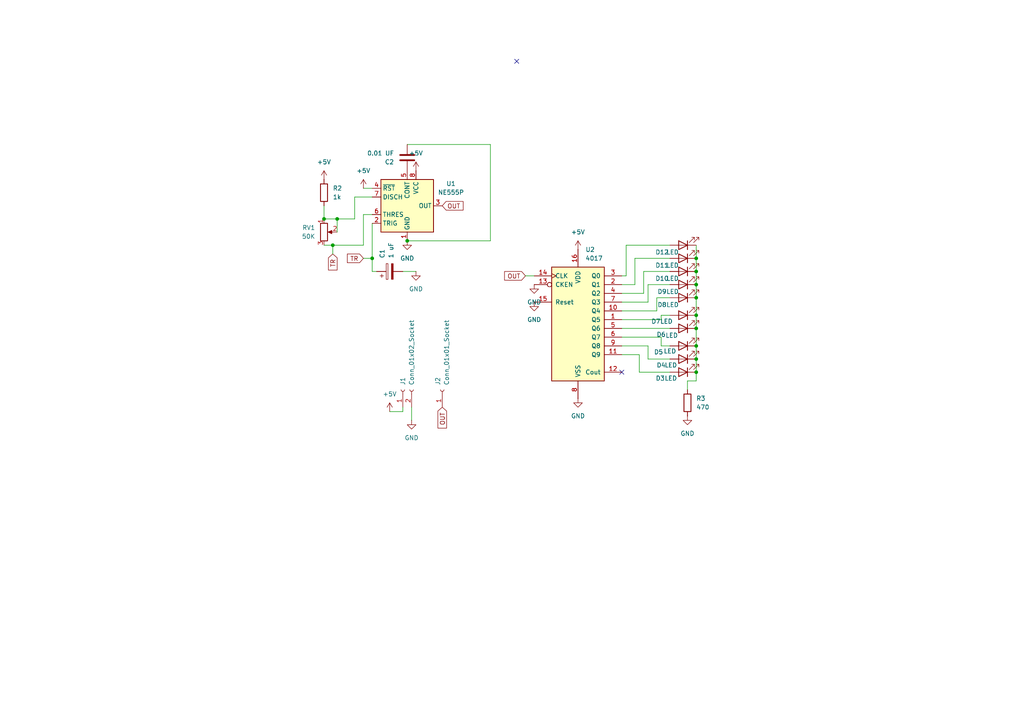
<source format=kicad_sch>
(kicad_sch
	(version 20250114)
	(generator "eeschema")
	(generator_version "9.0")
	(uuid "8caafd32-cc0b-4190-8d55-b1117ec76e57")
	(paper "A4")
	(lib_symbols
		(symbol "4xxx:4017"
			(pin_names
				(offset 1.016)
			)
			(exclude_from_sim no)
			(in_bom yes)
			(on_board yes)
			(property "Reference" "U"
				(at -7.62 16.51 0)
				(effects
					(font
						(size 1.27 1.27)
					)
				)
			)
			(property "Value" "4017"
				(at -7.62 -19.05 0)
				(effects
					(font
						(size 1.27 1.27)
					)
				)
			)
			(property "Footprint" ""
				(at 0 0 0)
				(effects
					(font
						(size 1.27 1.27)
					)
					(hide yes)
				)
			)
			(property "Datasheet" "http://www.intersil.com/content/dam/Intersil/documents/cd40/cd4017bms-22bms.pdf"
				(at 0 0 0)
				(effects
					(font
						(size 1.27 1.27)
					)
					(hide yes)
				)
			)
			(property "Description" "Johnson Counter ( 10 outputs )"
				(at 0 0 0)
				(effects
					(font
						(size 1.27 1.27)
					)
					(hide yes)
				)
			)
			(property "ki_locked" ""
				(at 0 0 0)
				(effects
					(font
						(size 1.27 1.27)
					)
				)
			)
			(property "ki_keywords" "CNT CNT10"
				(at 0 0 0)
				(effects
					(font
						(size 1.27 1.27)
					)
					(hide yes)
				)
			)
			(property "ki_fp_filters" "DIP?16*"
				(at 0 0 0)
				(effects
					(font
						(size 1.27 1.27)
					)
					(hide yes)
				)
			)
			(symbol "4017_1_0"
				(pin input clock
					(at -12.7 12.7 0)
					(length 5.08)
					(name "CLK"
						(effects
							(font
								(size 1.27 1.27)
							)
						)
					)
					(number "14"
						(effects
							(font
								(size 1.27 1.27)
							)
						)
					)
				)
				(pin input inverted
					(at -12.7 10.16 0)
					(length 5.08)
					(name "CKEN"
						(effects
							(font
								(size 1.27 1.27)
							)
						)
					)
					(number "13"
						(effects
							(font
								(size 1.27 1.27)
							)
						)
					)
				)
				(pin input line
					(at -12.7 5.08 0)
					(length 5.08)
					(name "Reset"
						(effects
							(font
								(size 1.27 1.27)
							)
						)
					)
					(number "15"
						(effects
							(font
								(size 1.27 1.27)
							)
						)
					)
				)
				(pin power_in line
					(at 0 20.32 270)
					(length 5.08)
					(name "VDD"
						(effects
							(font
								(size 1.27 1.27)
							)
						)
					)
					(number "16"
						(effects
							(font
								(size 1.27 1.27)
							)
						)
					)
				)
				(pin power_in line
					(at 0 -22.86 90)
					(length 5.08)
					(name "VSS"
						(effects
							(font
								(size 1.27 1.27)
							)
						)
					)
					(number "8"
						(effects
							(font
								(size 1.27 1.27)
							)
						)
					)
				)
				(pin output line
					(at 12.7 12.7 180)
					(length 5.08)
					(name "Q0"
						(effects
							(font
								(size 1.27 1.27)
							)
						)
					)
					(number "3"
						(effects
							(font
								(size 1.27 1.27)
							)
						)
					)
				)
				(pin output line
					(at 12.7 10.16 180)
					(length 5.08)
					(name "Q1"
						(effects
							(font
								(size 1.27 1.27)
							)
						)
					)
					(number "2"
						(effects
							(font
								(size 1.27 1.27)
							)
						)
					)
				)
				(pin output line
					(at 12.7 7.62 180)
					(length 5.08)
					(name "Q2"
						(effects
							(font
								(size 1.27 1.27)
							)
						)
					)
					(number "4"
						(effects
							(font
								(size 1.27 1.27)
							)
						)
					)
				)
				(pin output line
					(at 12.7 5.08 180)
					(length 5.08)
					(name "Q3"
						(effects
							(font
								(size 1.27 1.27)
							)
						)
					)
					(number "7"
						(effects
							(font
								(size 1.27 1.27)
							)
						)
					)
				)
				(pin output line
					(at 12.7 2.54 180)
					(length 5.08)
					(name "Q4"
						(effects
							(font
								(size 1.27 1.27)
							)
						)
					)
					(number "10"
						(effects
							(font
								(size 1.27 1.27)
							)
						)
					)
				)
				(pin output line
					(at 12.7 0 180)
					(length 5.08)
					(name "Q5"
						(effects
							(font
								(size 1.27 1.27)
							)
						)
					)
					(number "1"
						(effects
							(font
								(size 1.27 1.27)
							)
						)
					)
				)
				(pin output line
					(at 12.7 -2.54 180)
					(length 5.08)
					(name "Q6"
						(effects
							(font
								(size 1.27 1.27)
							)
						)
					)
					(number "5"
						(effects
							(font
								(size 1.27 1.27)
							)
						)
					)
				)
				(pin output line
					(at 12.7 -5.08 180)
					(length 5.08)
					(name "Q7"
						(effects
							(font
								(size 1.27 1.27)
							)
						)
					)
					(number "6"
						(effects
							(font
								(size 1.27 1.27)
							)
						)
					)
				)
				(pin output line
					(at 12.7 -7.62 180)
					(length 5.08)
					(name "Q8"
						(effects
							(font
								(size 1.27 1.27)
							)
						)
					)
					(number "9"
						(effects
							(font
								(size 1.27 1.27)
							)
						)
					)
				)
				(pin output line
					(at 12.7 -10.16 180)
					(length 5.08)
					(name "Q9"
						(effects
							(font
								(size 1.27 1.27)
							)
						)
					)
					(number "11"
						(effects
							(font
								(size 1.27 1.27)
							)
						)
					)
				)
				(pin output line
					(at 12.7 -15.24 180)
					(length 5.08)
					(name "Cout"
						(effects
							(font
								(size 1.27 1.27)
							)
						)
					)
					(number "12"
						(effects
							(font
								(size 1.27 1.27)
							)
						)
					)
				)
			)
			(symbol "4017_1_1"
				(rectangle
					(start -7.62 15.24)
					(end 7.62 -17.78)
					(stroke
						(width 0.254)
						(type default)
					)
					(fill
						(type background)
					)
				)
			)
			(embedded_fonts no)
		)
		(symbol "Connector:Conn_01x01_Socket"
			(pin_names
				(offset 1.016)
				(hide yes)
			)
			(exclude_from_sim no)
			(in_bom yes)
			(on_board yes)
			(property "Reference" "J"
				(at 0 2.54 0)
				(effects
					(font
						(size 1.27 1.27)
					)
				)
			)
			(property "Value" "Conn_01x01_Socket"
				(at 0 -2.54 0)
				(effects
					(font
						(size 1.27 1.27)
					)
				)
			)
			(property "Footprint" ""
				(at 0 0 0)
				(effects
					(font
						(size 1.27 1.27)
					)
					(hide yes)
				)
			)
			(property "Datasheet" "~"
				(at 0 0 0)
				(effects
					(font
						(size 1.27 1.27)
					)
					(hide yes)
				)
			)
			(property "Description" "Generic connector, single row, 01x01, script generated"
				(at 0 0 0)
				(effects
					(font
						(size 1.27 1.27)
					)
					(hide yes)
				)
			)
			(property "ki_locked" ""
				(at 0 0 0)
				(effects
					(font
						(size 1.27 1.27)
					)
				)
			)
			(property "ki_keywords" "connector"
				(at 0 0 0)
				(effects
					(font
						(size 1.27 1.27)
					)
					(hide yes)
				)
			)
			(property "ki_fp_filters" "Connector*:*_1x??_*"
				(at 0 0 0)
				(effects
					(font
						(size 1.27 1.27)
					)
					(hide yes)
				)
			)
			(symbol "Conn_01x01_Socket_1_1"
				(polyline
					(pts
						(xy -1.27 0) (xy -0.508 0)
					)
					(stroke
						(width 0.1524)
						(type default)
					)
					(fill
						(type none)
					)
				)
				(arc
					(start 0 -0.508)
					(mid -0.5058 0)
					(end 0 0.508)
					(stroke
						(width 0.1524)
						(type default)
					)
					(fill
						(type none)
					)
				)
				(pin passive line
					(at -5.08 0 0)
					(length 3.81)
					(name "Pin_1"
						(effects
							(font
								(size 1.27 1.27)
							)
						)
					)
					(number "1"
						(effects
							(font
								(size 1.27 1.27)
							)
						)
					)
				)
			)
			(embedded_fonts no)
		)
		(symbol "Connector:Conn_01x02_Socket"
			(pin_names
				(offset 1.016)
				(hide yes)
			)
			(exclude_from_sim no)
			(in_bom yes)
			(on_board yes)
			(property "Reference" "J"
				(at 0 2.54 0)
				(effects
					(font
						(size 1.27 1.27)
					)
				)
			)
			(property "Value" "Conn_01x02_Socket"
				(at 0 -5.08 0)
				(effects
					(font
						(size 1.27 1.27)
					)
				)
			)
			(property "Footprint" ""
				(at 0 0 0)
				(effects
					(font
						(size 1.27 1.27)
					)
					(hide yes)
				)
			)
			(property "Datasheet" "~"
				(at 0 0 0)
				(effects
					(font
						(size 1.27 1.27)
					)
					(hide yes)
				)
			)
			(property "Description" "Generic connector, single row, 01x02, script generated"
				(at 0 0 0)
				(effects
					(font
						(size 1.27 1.27)
					)
					(hide yes)
				)
			)
			(property "ki_locked" ""
				(at 0 0 0)
				(effects
					(font
						(size 1.27 1.27)
					)
				)
			)
			(property "ki_keywords" "connector"
				(at 0 0 0)
				(effects
					(font
						(size 1.27 1.27)
					)
					(hide yes)
				)
			)
			(property "ki_fp_filters" "Connector*:*_1x??_*"
				(at 0 0 0)
				(effects
					(font
						(size 1.27 1.27)
					)
					(hide yes)
				)
			)
			(symbol "Conn_01x02_Socket_1_1"
				(polyline
					(pts
						(xy -1.27 0) (xy -0.508 0)
					)
					(stroke
						(width 0.1524)
						(type default)
					)
					(fill
						(type none)
					)
				)
				(polyline
					(pts
						(xy -1.27 -2.54) (xy -0.508 -2.54)
					)
					(stroke
						(width 0.1524)
						(type default)
					)
					(fill
						(type none)
					)
				)
				(arc
					(start 0 -0.508)
					(mid -0.5058 0)
					(end 0 0.508)
					(stroke
						(width 0.1524)
						(type default)
					)
					(fill
						(type none)
					)
				)
				(arc
					(start 0 -3.048)
					(mid -0.5058 -2.54)
					(end 0 -2.032)
					(stroke
						(width 0.1524)
						(type default)
					)
					(fill
						(type none)
					)
				)
				(pin passive line
					(at -5.08 0 0)
					(length 3.81)
					(name "Pin_1"
						(effects
							(font
								(size 1.27 1.27)
							)
						)
					)
					(number "1"
						(effects
							(font
								(size 1.27 1.27)
							)
						)
					)
				)
				(pin passive line
					(at -5.08 -2.54 0)
					(length 3.81)
					(name "Pin_2"
						(effects
							(font
								(size 1.27 1.27)
							)
						)
					)
					(number "2"
						(effects
							(font
								(size 1.27 1.27)
							)
						)
					)
				)
			)
			(embedded_fonts no)
		)
		(symbol "Device:C"
			(pin_numbers
				(hide yes)
			)
			(pin_names
				(offset 0.254)
			)
			(exclude_from_sim no)
			(in_bom yes)
			(on_board yes)
			(property "Reference" "C"
				(at 0.635 2.54 0)
				(effects
					(font
						(size 1.27 1.27)
					)
					(justify left)
				)
			)
			(property "Value" "C"
				(at 0.635 -2.54 0)
				(effects
					(font
						(size 1.27 1.27)
					)
					(justify left)
				)
			)
			(property "Footprint" ""
				(at 0.9652 -3.81 0)
				(effects
					(font
						(size 1.27 1.27)
					)
					(hide yes)
				)
			)
			(property "Datasheet" "~"
				(at 0 0 0)
				(effects
					(font
						(size 1.27 1.27)
					)
					(hide yes)
				)
			)
			(property "Description" "Unpolarized capacitor"
				(at 0 0 0)
				(effects
					(font
						(size 1.27 1.27)
					)
					(hide yes)
				)
			)
			(property "ki_keywords" "cap capacitor"
				(at 0 0 0)
				(effects
					(font
						(size 1.27 1.27)
					)
					(hide yes)
				)
			)
			(property "ki_fp_filters" "C_*"
				(at 0 0 0)
				(effects
					(font
						(size 1.27 1.27)
					)
					(hide yes)
				)
			)
			(symbol "C_0_1"
				(polyline
					(pts
						(xy -2.032 0.762) (xy 2.032 0.762)
					)
					(stroke
						(width 0.508)
						(type default)
					)
					(fill
						(type none)
					)
				)
				(polyline
					(pts
						(xy -2.032 -0.762) (xy 2.032 -0.762)
					)
					(stroke
						(width 0.508)
						(type default)
					)
					(fill
						(type none)
					)
				)
			)
			(symbol "C_1_1"
				(pin passive line
					(at 0 3.81 270)
					(length 2.794)
					(name "~"
						(effects
							(font
								(size 1.27 1.27)
							)
						)
					)
					(number "1"
						(effects
							(font
								(size 1.27 1.27)
							)
						)
					)
				)
				(pin passive line
					(at 0 -3.81 90)
					(length 2.794)
					(name "~"
						(effects
							(font
								(size 1.27 1.27)
							)
						)
					)
					(number "2"
						(effects
							(font
								(size 1.27 1.27)
							)
						)
					)
				)
			)
			(embedded_fonts no)
		)
		(symbol "Device:C_Polarized"
			(pin_numbers
				(hide yes)
			)
			(pin_names
				(offset 0.254)
			)
			(exclude_from_sim no)
			(in_bom yes)
			(on_board yes)
			(property "Reference" "C"
				(at 0.635 2.54 0)
				(effects
					(font
						(size 1.27 1.27)
					)
					(justify left)
				)
			)
			(property "Value" "C_Polarized"
				(at 0.635 -2.54 0)
				(effects
					(font
						(size 1.27 1.27)
					)
					(justify left)
				)
			)
			(property "Footprint" ""
				(at 0.9652 -3.81 0)
				(effects
					(font
						(size 1.27 1.27)
					)
					(hide yes)
				)
			)
			(property "Datasheet" "~"
				(at 0 0 0)
				(effects
					(font
						(size 1.27 1.27)
					)
					(hide yes)
				)
			)
			(property "Description" "Polarized capacitor"
				(at 0 0 0)
				(effects
					(font
						(size 1.27 1.27)
					)
					(hide yes)
				)
			)
			(property "ki_keywords" "cap capacitor"
				(at 0 0 0)
				(effects
					(font
						(size 1.27 1.27)
					)
					(hide yes)
				)
			)
			(property "ki_fp_filters" "CP_*"
				(at 0 0 0)
				(effects
					(font
						(size 1.27 1.27)
					)
					(hide yes)
				)
			)
			(symbol "C_Polarized_0_1"
				(rectangle
					(start -2.286 0.508)
					(end 2.286 1.016)
					(stroke
						(width 0)
						(type default)
					)
					(fill
						(type none)
					)
				)
				(polyline
					(pts
						(xy -1.778 2.286) (xy -0.762 2.286)
					)
					(stroke
						(width 0)
						(type default)
					)
					(fill
						(type none)
					)
				)
				(polyline
					(pts
						(xy -1.27 2.794) (xy -1.27 1.778)
					)
					(stroke
						(width 0)
						(type default)
					)
					(fill
						(type none)
					)
				)
				(rectangle
					(start 2.286 -0.508)
					(end -2.286 -1.016)
					(stroke
						(width 0)
						(type default)
					)
					(fill
						(type outline)
					)
				)
			)
			(symbol "C_Polarized_1_1"
				(pin passive line
					(at 0 3.81 270)
					(length 2.794)
					(name "~"
						(effects
							(font
								(size 1.27 1.27)
							)
						)
					)
					(number "1"
						(effects
							(font
								(size 1.27 1.27)
							)
						)
					)
				)
				(pin passive line
					(at 0 -3.81 90)
					(length 2.794)
					(name "~"
						(effects
							(font
								(size 1.27 1.27)
							)
						)
					)
					(number "2"
						(effects
							(font
								(size 1.27 1.27)
							)
						)
					)
				)
			)
			(embedded_fonts no)
		)
		(symbol "Device:LED"
			(pin_numbers
				(hide yes)
			)
			(pin_names
				(offset 1.016)
				(hide yes)
			)
			(exclude_from_sim no)
			(in_bom yes)
			(on_board yes)
			(property "Reference" "D"
				(at 0 2.54 0)
				(effects
					(font
						(size 1.27 1.27)
					)
				)
			)
			(property "Value" "LED"
				(at 0 -2.54 0)
				(effects
					(font
						(size 1.27 1.27)
					)
				)
			)
			(property "Footprint" ""
				(at 0 0 0)
				(effects
					(font
						(size 1.27 1.27)
					)
					(hide yes)
				)
			)
			(property "Datasheet" "~"
				(at 0 0 0)
				(effects
					(font
						(size 1.27 1.27)
					)
					(hide yes)
				)
			)
			(property "Description" "Light emitting diode"
				(at 0 0 0)
				(effects
					(font
						(size 1.27 1.27)
					)
					(hide yes)
				)
			)
			(property "Sim.Pins" "1=K 2=A"
				(at 0 0 0)
				(effects
					(font
						(size 1.27 1.27)
					)
					(hide yes)
				)
			)
			(property "ki_keywords" "LED diode"
				(at 0 0 0)
				(effects
					(font
						(size 1.27 1.27)
					)
					(hide yes)
				)
			)
			(property "ki_fp_filters" "LED* LED_SMD:* LED_THT:*"
				(at 0 0 0)
				(effects
					(font
						(size 1.27 1.27)
					)
					(hide yes)
				)
			)
			(symbol "LED_0_1"
				(polyline
					(pts
						(xy -3.048 -0.762) (xy -4.572 -2.286) (xy -3.81 -2.286) (xy -4.572 -2.286) (xy -4.572 -1.524)
					)
					(stroke
						(width 0)
						(type default)
					)
					(fill
						(type none)
					)
				)
				(polyline
					(pts
						(xy -1.778 -0.762) (xy -3.302 -2.286) (xy -2.54 -2.286) (xy -3.302 -2.286) (xy -3.302 -1.524)
					)
					(stroke
						(width 0)
						(type default)
					)
					(fill
						(type none)
					)
				)
				(polyline
					(pts
						(xy -1.27 0) (xy 1.27 0)
					)
					(stroke
						(width 0)
						(type default)
					)
					(fill
						(type none)
					)
				)
				(polyline
					(pts
						(xy -1.27 -1.27) (xy -1.27 1.27)
					)
					(stroke
						(width 0.254)
						(type default)
					)
					(fill
						(type none)
					)
				)
				(polyline
					(pts
						(xy 1.27 -1.27) (xy 1.27 1.27) (xy -1.27 0) (xy 1.27 -1.27)
					)
					(stroke
						(width 0.254)
						(type default)
					)
					(fill
						(type none)
					)
				)
			)
			(symbol "LED_1_1"
				(pin passive line
					(at -3.81 0 0)
					(length 2.54)
					(name "K"
						(effects
							(font
								(size 1.27 1.27)
							)
						)
					)
					(number "1"
						(effects
							(font
								(size 1.27 1.27)
							)
						)
					)
				)
				(pin passive line
					(at 3.81 0 180)
					(length 2.54)
					(name "A"
						(effects
							(font
								(size 1.27 1.27)
							)
						)
					)
					(number "2"
						(effects
							(font
								(size 1.27 1.27)
							)
						)
					)
				)
			)
			(embedded_fonts no)
		)
		(symbol "Device:R"
			(pin_numbers
				(hide yes)
			)
			(pin_names
				(offset 0)
			)
			(exclude_from_sim no)
			(in_bom yes)
			(on_board yes)
			(property "Reference" "R"
				(at 2.032 0 90)
				(effects
					(font
						(size 1.27 1.27)
					)
				)
			)
			(property "Value" "R"
				(at 0 0 90)
				(effects
					(font
						(size 1.27 1.27)
					)
				)
			)
			(property "Footprint" ""
				(at -1.778 0 90)
				(effects
					(font
						(size 1.27 1.27)
					)
					(hide yes)
				)
			)
			(property "Datasheet" "~"
				(at 0 0 0)
				(effects
					(font
						(size 1.27 1.27)
					)
					(hide yes)
				)
			)
			(property "Description" "Resistor"
				(at 0 0 0)
				(effects
					(font
						(size 1.27 1.27)
					)
					(hide yes)
				)
			)
			(property "ki_keywords" "R res resistor"
				(at 0 0 0)
				(effects
					(font
						(size 1.27 1.27)
					)
					(hide yes)
				)
			)
			(property "ki_fp_filters" "R_*"
				(at 0 0 0)
				(effects
					(font
						(size 1.27 1.27)
					)
					(hide yes)
				)
			)
			(symbol "R_0_1"
				(rectangle
					(start -1.016 -2.54)
					(end 1.016 2.54)
					(stroke
						(width 0.254)
						(type default)
					)
					(fill
						(type none)
					)
				)
			)
			(symbol "R_1_1"
				(pin passive line
					(at 0 3.81 270)
					(length 1.27)
					(name "~"
						(effects
							(font
								(size 1.27 1.27)
							)
						)
					)
					(number "1"
						(effects
							(font
								(size 1.27 1.27)
							)
						)
					)
				)
				(pin passive line
					(at 0 -3.81 90)
					(length 1.27)
					(name "~"
						(effects
							(font
								(size 1.27 1.27)
							)
						)
					)
					(number "2"
						(effects
							(font
								(size 1.27 1.27)
							)
						)
					)
				)
			)
			(embedded_fonts no)
		)
		(symbol "Device:R_Potentiometer"
			(pin_names
				(offset 1.016)
				(hide yes)
			)
			(exclude_from_sim no)
			(in_bom yes)
			(on_board yes)
			(property "Reference" "RV"
				(at -4.445 0 90)
				(effects
					(font
						(size 1.27 1.27)
					)
				)
			)
			(property "Value" "R_Potentiometer"
				(at -2.54 0 90)
				(effects
					(font
						(size 1.27 1.27)
					)
				)
			)
			(property "Footprint" ""
				(at 0 0 0)
				(effects
					(font
						(size 1.27 1.27)
					)
					(hide yes)
				)
			)
			(property "Datasheet" "~"
				(at 0 0 0)
				(effects
					(font
						(size 1.27 1.27)
					)
					(hide yes)
				)
			)
			(property "Description" "Potentiometer"
				(at 0 0 0)
				(effects
					(font
						(size 1.27 1.27)
					)
					(hide yes)
				)
			)
			(property "ki_keywords" "resistor variable"
				(at 0 0 0)
				(effects
					(font
						(size 1.27 1.27)
					)
					(hide yes)
				)
			)
			(property "ki_fp_filters" "Potentiometer*"
				(at 0 0 0)
				(effects
					(font
						(size 1.27 1.27)
					)
					(hide yes)
				)
			)
			(symbol "R_Potentiometer_0_1"
				(rectangle
					(start 1.016 2.54)
					(end -1.016 -2.54)
					(stroke
						(width 0.254)
						(type default)
					)
					(fill
						(type none)
					)
				)
				(polyline
					(pts
						(xy 1.143 0) (xy 2.286 0.508) (xy 2.286 -0.508) (xy 1.143 0)
					)
					(stroke
						(width 0)
						(type default)
					)
					(fill
						(type outline)
					)
				)
				(polyline
					(pts
						(xy 2.54 0) (xy 1.524 0)
					)
					(stroke
						(width 0)
						(type default)
					)
					(fill
						(type none)
					)
				)
			)
			(symbol "R_Potentiometer_1_1"
				(pin passive line
					(at 0 3.81 270)
					(length 1.27)
					(name "1"
						(effects
							(font
								(size 1.27 1.27)
							)
						)
					)
					(number "1"
						(effects
							(font
								(size 1.27 1.27)
							)
						)
					)
				)
				(pin passive line
					(at 0 -3.81 90)
					(length 1.27)
					(name "3"
						(effects
							(font
								(size 1.27 1.27)
							)
						)
					)
					(number "3"
						(effects
							(font
								(size 1.27 1.27)
							)
						)
					)
				)
				(pin passive line
					(at 3.81 0 180)
					(length 1.27)
					(name "2"
						(effects
							(font
								(size 1.27 1.27)
							)
						)
					)
					(number "2"
						(effects
							(font
								(size 1.27 1.27)
							)
						)
					)
				)
			)
			(embedded_fonts no)
		)
		(symbol "Timer:NE555P"
			(exclude_from_sim no)
			(in_bom yes)
			(on_board yes)
			(property "Reference" "U"
				(at -10.16 8.89 0)
				(effects
					(font
						(size 1.27 1.27)
					)
					(justify left)
				)
			)
			(property "Value" "NE555P"
				(at 2.54 8.89 0)
				(effects
					(font
						(size 1.27 1.27)
					)
					(justify left)
				)
			)
			(property "Footprint" "Package_DIP:DIP-8_W7.62mm"
				(at 0 -24.13 0)
				(effects
					(font
						(size 1.27 1.27)
					)
					(hide yes)
				)
			)
			(property "Datasheet" "http://www.ti.com/lit/ds/symlink/ne555.pdf"
				(at 0 -26.67 0)
				(effects
					(font
						(size 1.27 1.27)
					)
					(hide yes)
				)
			)
			(property "Description" "Precision Timers, 555 compatible, PDIP-8"
				(at 0 -21.59 0)
				(effects
					(font
						(size 1.27 1.27)
					)
					(hide yes)
				)
			)
			(property "ki_keywords" "single timer 555"
				(at 0 0 0)
				(effects
					(font
						(size 1.27 1.27)
					)
					(hide yes)
				)
			)
			(property "ki_fp_filters" "DIP*W7.62mm*"
				(at 0 0 0)
				(effects
					(font
						(size 1.27 1.27)
					)
					(hide yes)
				)
			)
			(symbol "NE555P_0_0"
				(pin power_in line
					(at 0 -10.16 90)
					(length 2.54)
					(name "GND"
						(effects
							(font
								(size 1.27 1.27)
							)
						)
					)
					(number "1"
						(effects
							(font
								(size 1.27 1.27)
							)
						)
					)
				)
				(pin power_in line
					(at 2.54 10.16 270)
					(length 2.54)
					(name "VCC"
						(effects
							(font
								(size 1.27 1.27)
							)
						)
					)
					(number "8"
						(effects
							(font
								(size 1.27 1.27)
							)
						)
					)
				)
			)
			(symbol "NE555P_0_1"
				(rectangle
					(start -7.62 7.62)
					(end 7.62 -7.62)
					(stroke
						(width 0.254)
						(type default)
					)
					(fill
						(type background)
					)
				)
			)
			(symbol "NE555P_1_1"
				(pin input line
					(at -10.16 5.08 0)
					(length 2.54)
					(name "~{RST}"
						(effects
							(font
								(size 1.27 1.27)
							)
						)
					)
					(number "4"
						(effects
							(font
								(size 1.27 1.27)
							)
						)
					)
				)
				(pin input line
					(at -10.16 2.54 0)
					(length 2.54)
					(name "DISCH"
						(effects
							(font
								(size 1.27 1.27)
							)
						)
					)
					(number "7"
						(effects
							(font
								(size 1.27 1.27)
							)
						)
					)
				)
				(pin input line
					(at -10.16 -2.54 0)
					(length 2.54)
					(name "THRES"
						(effects
							(font
								(size 1.27 1.27)
							)
						)
					)
					(number "6"
						(effects
							(font
								(size 1.27 1.27)
							)
						)
					)
				)
				(pin input line
					(at -10.16 -5.08 0)
					(length 2.54)
					(name "TRIG"
						(effects
							(font
								(size 1.27 1.27)
							)
						)
					)
					(number "2"
						(effects
							(font
								(size 1.27 1.27)
							)
						)
					)
				)
				(pin open_collector line
					(at 0 10.16 270)
					(length 2.54)
					(name "CONT"
						(effects
							(font
								(size 1.27 1.27)
							)
						)
					)
					(number "5"
						(effects
							(font
								(size 1.27 1.27)
							)
						)
					)
				)
				(pin output line
					(at 10.16 0 180)
					(length 2.54)
					(name "OUT"
						(effects
							(font
								(size 1.27 1.27)
							)
						)
					)
					(number "3"
						(effects
							(font
								(size 1.27 1.27)
							)
						)
					)
				)
			)
			(embedded_fonts no)
		)
		(symbol "power:+5V"
			(power)
			(pin_numbers
				(hide yes)
			)
			(pin_names
				(offset 0)
				(hide yes)
			)
			(exclude_from_sim no)
			(in_bom yes)
			(on_board yes)
			(property "Reference" "#PWR"
				(at 0 -3.81 0)
				(effects
					(font
						(size 1.27 1.27)
					)
					(hide yes)
				)
			)
			(property "Value" "+5V"
				(at 0 3.556 0)
				(effects
					(font
						(size 1.27 1.27)
					)
				)
			)
			(property "Footprint" ""
				(at 0 0 0)
				(effects
					(font
						(size 1.27 1.27)
					)
					(hide yes)
				)
			)
			(property "Datasheet" ""
				(at 0 0 0)
				(effects
					(font
						(size 1.27 1.27)
					)
					(hide yes)
				)
			)
			(property "Description" "Power symbol creates a global label with name \"+5V\""
				(at 0 0 0)
				(effects
					(font
						(size 1.27 1.27)
					)
					(hide yes)
				)
			)
			(property "ki_keywords" "global power"
				(at 0 0 0)
				(effects
					(font
						(size 1.27 1.27)
					)
					(hide yes)
				)
			)
			(symbol "+5V_0_1"
				(polyline
					(pts
						(xy -0.762 1.27) (xy 0 2.54)
					)
					(stroke
						(width 0)
						(type default)
					)
					(fill
						(type none)
					)
				)
				(polyline
					(pts
						(xy 0 2.54) (xy 0.762 1.27)
					)
					(stroke
						(width 0)
						(type default)
					)
					(fill
						(type none)
					)
				)
				(polyline
					(pts
						(xy 0 0) (xy 0 2.54)
					)
					(stroke
						(width 0)
						(type default)
					)
					(fill
						(type none)
					)
				)
			)
			(symbol "+5V_1_1"
				(pin power_in line
					(at 0 0 90)
					(length 0)
					(name "~"
						(effects
							(font
								(size 1.27 1.27)
							)
						)
					)
					(number "1"
						(effects
							(font
								(size 1.27 1.27)
							)
						)
					)
				)
			)
			(embedded_fonts no)
		)
		(symbol "power:GND"
			(power)
			(pin_numbers
				(hide yes)
			)
			(pin_names
				(offset 0)
				(hide yes)
			)
			(exclude_from_sim no)
			(in_bom yes)
			(on_board yes)
			(property "Reference" "#PWR"
				(at 0 -6.35 0)
				(effects
					(font
						(size 1.27 1.27)
					)
					(hide yes)
				)
			)
			(property "Value" "GND"
				(at 0 -3.81 0)
				(effects
					(font
						(size 1.27 1.27)
					)
				)
			)
			(property "Footprint" ""
				(at 0 0 0)
				(effects
					(font
						(size 1.27 1.27)
					)
					(hide yes)
				)
			)
			(property "Datasheet" ""
				(at 0 0 0)
				(effects
					(font
						(size 1.27 1.27)
					)
					(hide yes)
				)
			)
			(property "Description" "Power symbol creates a global label with name \"GND\" , ground"
				(at 0 0 0)
				(effects
					(font
						(size 1.27 1.27)
					)
					(hide yes)
				)
			)
			(property "ki_keywords" "global power"
				(at 0 0 0)
				(effects
					(font
						(size 1.27 1.27)
					)
					(hide yes)
				)
			)
			(symbol "GND_0_1"
				(polyline
					(pts
						(xy 0 0) (xy 0 -1.27) (xy 1.27 -1.27) (xy 0 -2.54) (xy -1.27 -1.27) (xy 0 -1.27)
					)
					(stroke
						(width 0)
						(type default)
					)
					(fill
						(type none)
					)
				)
			)
			(symbol "GND_1_1"
				(pin power_in line
					(at 0 0 270)
					(length 0)
					(name "~"
						(effects
							(font
								(size 1.27 1.27)
							)
						)
					)
					(number "1"
						(effects
							(font
								(size 1.27 1.27)
							)
						)
					)
				)
			)
			(embedded_fonts no)
		)
	)
	(junction
		(at 118.11 69.85)
		(diameter 0)
		(color 0 0 0 0)
		(uuid "100f8b97-19a8-4a45-948c-5d1f0f4c7f2e")
	)
	(junction
		(at 201.93 74.93)
		(diameter 0)
		(color 0 0 0 0)
		(uuid "16c5df52-ae72-4f0b-9e23-543c2ac146e9")
	)
	(junction
		(at 201.93 91.44)
		(diameter 0)
		(color 0 0 0 0)
		(uuid "362f7ae6-b43c-4f92-adb9-5600d7897996")
	)
	(junction
		(at 201.93 82.55)
		(diameter 0)
		(color 0 0 0 0)
		(uuid "41d20c8e-62db-452e-a2a6-11e37d78d205")
	)
	(junction
		(at 201.93 104.14)
		(diameter 0)
		(color 0 0 0 0)
		(uuid "679992fc-15a1-4131-b9d2-a0b08dece138")
	)
	(junction
		(at 201.93 78.74)
		(diameter 0)
		(color 0 0 0 0)
		(uuid "784d5a54-7a9c-4374-8c28-8458b2d7ffae")
	)
	(junction
		(at 107.95 74.93)
		(diameter 0)
		(color 0 0 0 0)
		(uuid "7e787de4-3af0-478b-84bb-d787c61e5b7e")
	)
	(junction
		(at 201.93 100.33)
		(diameter 0)
		(color 0 0 0 0)
		(uuid "85462d75-e394-4685-a069-b4b84978908e")
	)
	(junction
		(at 201.93 86.36)
		(diameter 0)
		(color 0 0 0 0)
		(uuid "94f44abd-7295-4c51-9a36-e3a77ab1f234")
	)
	(junction
		(at 201.93 95.25)
		(diameter 0)
		(color 0 0 0 0)
		(uuid "ab5c7817-db11-4dd5-94d1-0639548eaa5c")
	)
	(junction
		(at 96.52 71.12)
		(diameter 0)
		(color 0 0 0 0)
		(uuid "b79aaf92-519c-4a60-b3b3-c37cea3a9aa2")
	)
	(junction
		(at 93.98 63.5)
		(diameter 0)
		(color 0 0 0 0)
		(uuid "c707833a-8920-437b-9b65-ef9c2d15f42e")
	)
	(junction
		(at 97.79 63.5)
		(diameter 0)
		(color 0 0 0 0)
		(uuid "e9a6206a-10ca-4987-be4b-b8309f458391")
	)
	(junction
		(at 201.93 107.95)
		(diameter 0)
		(color 0 0 0 0)
		(uuid "fcc37ca0-5f49-4fee-979e-2eb4428577bc")
	)
	(no_connect
		(at 180.34 107.95)
		(uuid "07a12020-2b75-477e-b0a6-011561946106")
	)
	(no_connect
		(at 149.86 17.78)
		(uuid "53d2a48c-8f0f-487b-a334-60a15ae1b8da")
	)
	(wire
		(pts
			(xy 180.34 87.63) (xy 187.96 87.63)
		)
		(stroke
			(width 0)
			(type default)
		)
		(uuid "030104e3-5c51-4ea4-9ceb-0a666f6a9ba8")
	)
	(wire
		(pts
			(xy 142.24 69.85) (xy 118.11 69.85)
		)
		(stroke
			(width 0)
			(type default)
		)
		(uuid "0366b142-fd6a-4fd5-b13b-15ae34e23487")
	)
	(wire
		(pts
			(xy 116.84 78.74) (xy 120.65 78.74)
		)
		(stroke
			(width 0)
			(type default)
		)
		(uuid "0b02f8e6-05d1-4725-8ace-0117fcf5c25a")
	)
	(wire
		(pts
			(xy 93.98 59.69) (xy 93.98 63.5)
		)
		(stroke
			(width 0)
			(type default)
		)
		(uuid "0b9bbfa1-e008-48ff-9cdb-d835f6582a6a")
	)
	(wire
		(pts
			(xy 142.24 41.91) (xy 142.24 69.85)
		)
		(stroke
			(width 0)
			(type default)
		)
		(uuid "0ceabd36-1f3a-460e-8e54-3af25b232993")
	)
	(wire
		(pts
			(xy 96.52 71.12) (xy 96.52 73.66)
		)
		(stroke
			(width 0)
			(type default)
		)
		(uuid "0d5f2acd-f090-436c-8f64-adc3090248b9")
	)
	(wire
		(pts
			(xy 185.42 102.87) (xy 185.42 107.95)
		)
		(stroke
			(width 0)
			(type default)
		)
		(uuid "0d8109ff-4284-4b74-9e0a-ba2f9c7b75e4")
	)
	(wire
		(pts
			(xy 201.93 100.33) (xy 201.93 104.14)
		)
		(stroke
			(width 0)
			(type default)
		)
		(uuid "1332fc3a-bfc8-4cfb-83f0-55711aac9d69")
	)
	(wire
		(pts
			(xy 201.93 74.93) (xy 201.93 78.74)
		)
		(stroke
			(width 0)
			(type default)
		)
		(uuid "14e8cea5-d5e9-4def-8a3e-2ff4299661f0")
	)
	(wire
		(pts
			(xy 186.69 85.09) (xy 186.69 78.74)
		)
		(stroke
			(width 0)
			(type default)
		)
		(uuid "17ee7d6c-20f4-46c3-83a0-e2866c308823")
	)
	(wire
		(pts
			(xy 201.93 95.25) (xy 201.93 100.33)
		)
		(stroke
			(width 0)
			(type default)
		)
		(uuid "190063f8-c8c0-4ea9-bd70-181b5379e0f2")
	)
	(wire
		(pts
			(xy 187.96 100.33) (xy 187.96 104.14)
		)
		(stroke
			(width 0)
			(type default)
		)
		(uuid "198c9e77-4e39-405a-a750-c242ed8da622")
	)
	(wire
		(pts
			(xy 184.15 74.93) (xy 194.31 74.93)
		)
		(stroke
			(width 0)
			(type default)
		)
		(uuid "1ddaff13-84aa-48eb-8720-58fa53bdc9bd")
	)
	(wire
		(pts
			(xy 93.98 71.12) (xy 96.52 71.12)
		)
		(stroke
			(width 0)
			(type default)
		)
		(uuid "2ca64202-9796-4e5c-80c5-b9fc266ec06f")
	)
	(wire
		(pts
			(xy 105.41 54.61) (xy 107.95 54.61)
		)
		(stroke
			(width 0)
			(type default)
		)
		(uuid "31974ce4-8580-42f8-a1b6-3b745186e5af")
	)
	(wire
		(pts
			(xy 180.34 97.79) (xy 191.77 97.79)
		)
		(stroke
			(width 0)
			(type default)
		)
		(uuid "342462e4-b1e7-4d87-a55e-d14bf3470f0b")
	)
	(wire
		(pts
			(xy 96.52 71.12) (xy 105.41 71.12)
		)
		(stroke
			(width 0)
			(type default)
		)
		(uuid "38def19e-362e-417f-96f9-163366378ddd")
	)
	(wire
		(pts
			(xy 102.87 57.15) (xy 102.87 63.5)
		)
		(stroke
			(width 0)
			(type default)
		)
		(uuid "3b053396-ff86-4140-8a08-32cc58add990")
	)
	(wire
		(pts
			(xy 180.34 95.25) (xy 194.31 95.25)
		)
		(stroke
			(width 0)
			(type default)
		)
		(uuid "4632ea7c-ada4-41e6-abd2-8b95858aacf1")
	)
	(wire
		(pts
			(xy 116.84 118.11) (xy 116.84 119.38)
		)
		(stroke
			(width 0)
			(type default)
		)
		(uuid "52505b0d-8ace-44e4-adad-e9da7d6e165b")
	)
	(wire
		(pts
			(xy 180.34 92.71) (xy 191.77 92.71)
		)
		(stroke
			(width 0)
			(type default)
		)
		(uuid "53154670-67b6-407b-a620-b56ad54f39ef")
	)
	(wire
		(pts
			(xy 107.95 57.15) (xy 102.87 57.15)
		)
		(stroke
			(width 0)
			(type default)
		)
		(uuid "53f3d36e-3d00-47d8-a144-dddd61219b08")
	)
	(wire
		(pts
			(xy 201.93 86.36) (xy 201.93 91.44)
		)
		(stroke
			(width 0)
			(type default)
		)
		(uuid "54673f3d-9608-4995-b360-f969a80f3733")
	)
	(wire
		(pts
			(xy 201.93 78.74) (xy 201.93 82.55)
		)
		(stroke
			(width 0)
			(type default)
		)
		(uuid "56cf5fff-8568-4938-871c-dfa525702897")
	)
	(wire
		(pts
			(xy 119.38 118.11) (xy 119.38 121.92)
		)
		(stroke
			(width 0)
			(type default)
		)
		(uuid "5777d003-df45-44b7-ab5e-9c412d9dde90")
	)
	(wire
		(pts
			(xy 201.93 82.55) (xy 201.93 86.36)
		)
		(stroke
			(width 0)
			(type default)
		)
		(uuid "59ba321e-c19c-4c7e-a8c1-2eff2e89dd48")
	)
	(wire
		(pts
			(xy 191.77 100.33) (xy 194.31 100.33)
		)
		(stroke
			(width 0)
			(type default)
		)
		(uuid "5aba5601-12d8-4293-ba7f-bf8b494792ad")
	)
	(wire
		(pts
			(xy 180.34 85.09) (xy 186.69 85.09)
		)
		(stroke
			(width 0)
			(type default)
		)
		(uuid "5b3dffe4-19cb-408a-a71d-f37e0304ed3c")
	)
	(wire
		(pts
			(xy 191.77 92.71) (xy 191.77 91.44)
		)
		(stroke
			(width 0)
			(type default)
		)
		(uuid "640bbdf1-3ed7-49ef-aac5-c8991f307e92")
	)
	(wire
		(pts
			(xy 180.34 100.33) (xy 187.96 100.33)
		)
		(stroke
			(width 0)
			(type default)
		)
		(uuid "65c7deef-73f6-40d4-aead-7fd164f528c1")
	)
	(wire
		(pts
			(xy 109.22 78.74) (xy 107.95 78.74)
		)
		(stroke
			(width 0)
			(type default)
		)
		(uuid "6677d58d-1762-4224-b001-b321a26b7b31")
	)
	(wire
		(pts
			(xy 199.39 113.03) (xy 199.39 110.49)
		)
		(stroke
			(width 0)
			(type default)
		)
		(uuid "6dd24429-8a0a-47ef-968e-91f8b6033cac")
	)
	(wire
		(pts
			(xy 199.39 110.49) (xy 201.93 110.49)
		)
		(stroke
			(width 0)
			(type default)
		)
		(uuid "7c8633e5-1aa0-463d-ab91-762975515b8b")
	)
	(wire
		(pts
			(xy 180.34 90.17) (xy 190.5 90.17)
		)
		(stroke
			(width 0)
			(type default)
		)
		(uuid "80339fd8-cce7-4dfa-9d64-8baf406cb088")
	)
	(wire
		(pts
			(xy 113.03 119.38) (xy 116.84 119.38)
		)
		(stroke
			(width 0)
			(type default)
		)
		(uuid "82acda28-5af7-482f-a66c-e68241ff13c4")
	)
	(wire
		(pts
			(xy 187.96 104.14) (xy 194.31 104.14)
		)
		(stroke
			(width 0)
			(type default)
		)
		(uuid "8648f402-607d-4450-a28d-768e66bb3926")
	)
	(wire
		(pts
			(xy 105.41 71.12) (xy 105.41 62.23)
		)
		(stroke
			(width 0)
			(type default)
		)
		(uuid "89cce92c-fa1e-476a-8c8d-a21e6fad6501")
	)
	(wire
		(pts
			(xy 105.41 62.23) (xy 107.95 62.23)
		)
		(stroke
			(width 0)
			(type default)
		)
		(uuid "8b20db38-2a7b-4f04-9cf0-7ba7e88ca796")
	)
	(wire
		(pts
			(xy 187.96 82.55) (xy 194.31 82.55)
		)
		(stroke
			(width 0)
			(type default)
		)
		(uuid "8de1b23e-e1c6-4d04-a29e-21751391fdc1")
	)
	(wire
		(pts
			(xy 186.69 78.74) (xy 194.31 78.74)
		)
		(stroke
			(width 0)
			(type default)
		)
		(uuid "903a1afa-fdd7-4bd2-b40b-34989c87be0b")
	)
	(wire
		(pts
			(xy 201.93 91.44) (xy 201.93 95.25)
		)
		(stroke
			(width 0)
			(type default)
		)
		(uuid "90fbea24-7d5d-4a6e-b050-55fd1deecfd6")
	)
	(wire
		(pts
			(xy 180.34 80.01) (xy 181.61 80.01)
		)
		(stroke
			(width 0)
			(type default)
		)
		(uuid "9683ec92-0265-4b6a-9fd9-081c5433a398")
	)
	(wire
		(pts
			(xy 97.79 63.5) (xy 97.79 67.31)
		)
		(stroke
			(width 0)
			(type default)
		)
		(uuid "99499255-fd2c-488e-9741-a5d15685e718")
	)
	(wire
		(pts
			(xy 180.34 82.55) (xy 184.15 82.55)
		)
		(stroke
			(width 0)
			(type default)
		)
		(uuid "9f4abaa7-4bab-4e1b-91c5-67d620c36240")
	)
	(wire
		(pts
			(xy 181.61 71.12) (xy 194.31 71.12)
		)
		(stroke
			(width 0)
			(type default)
		)
		(uuid "a41568b6-199e-46d2-aff6-aa5d86b835da")
	)
	(wire
		(pts
			(xy 201.93 71.12) (xy 201.93 74.93)
		)
		(stroke
			(width 0)
			(type default)
		)
		(uuid "a64731c9-463c-4503-81d1-d13190342c23")
	)
	(wire
		(pts
			(xy 181.61 80.01) (xy 181.61 71.12)
		)
		(stroke
			(width 0)
			(type default)
		)
		(uuid "a75342bd-c77d-4a1e-a06b-f6b390a3c591")
	)
	(wire
		(pts
			(xy 191.77 97.79) (xy 191.77 100.33)
		)
		(stroke
			(width 0)
			(type default)
		)
		(uuid "a8eeb5c9-b17c-4161-a756-3ba17735f163")
	)
	(wire
		(pts
			(xy 180.34 102.87) (xy 185.42 102.87)
		)
		(stroke
			(width 0)
			(type default)
		)
		(uuid "ab03a3cd-7538-4f0f-b3fc-e51f9296f0c2")
	)
	(wire
		(pts
			(xy 107.95 64.77) (xy 107.95 74.93)
		)
		(stroke
			(width 0)
			(type default)
		)
		(uuid "b1f8d6f0-ebbc-4c26-8580-1768b1de2f63")
	)
	(wire
		(pts
			(xy 184.15 82.55) (xy 184.15 74.93)
		)
		(stroke
			(width 0)
			(type default)
		)
		(uuid "b55a5741-d03c-4897-a9d1-988e10ec5e94")
	)
	(wire
		(pts
			(xy 201.93 104.14) (xy 201.93 107.95)
		)
		(stroke
			(width 0)
			(type default)
		)
		(uuid "b7e9ea21-7b25-49a6-aed3-5dc78656f6a7")
	)
	(wire
		(pts
			(xy 201.93 110.49) (xy 201.93 107.95)
		)
		(stroke
			(width 0)
			(type default)
		)
		(uuid "c6b32f5a-a50d-4092-9d55-046ab56d4041")
	)
	(wire
		(pts
			(xy 190.5 90.17) (xy 190.5 86.36)
		)
		(stroke
			(width 0)
			(type default)
		)
		(uuid "ca18ef66-7259-4d39-8e30-4b97c683fa54")
	)
	(wire
		(pts
			(xy 191.77 91.44) (xy 194.31 91.44)
		)
		(stroke
			(width 0)
			(type default)
		)
		(uuid "d108404f-baf5-4b0c-8a21-3fd0193b1857")
	)
	(wire
		(pts
			(xy 190.5 86.36) (xy 194.31 86.36)
		)
		(stroke
			(width 0)
			(type default)
		)
		(uuid "d10f0413-d118-4dec-a331-c1314666b9e8")
	)
	(wire
		(pts
			(xy 118.11 41.91) (xy 142.24 41.91)
		)
		(stroke
			(width 0)
			(type default)
		)
		(uuid "d292ed9a-7199-425e-bfe4-c63c110a115d")
	)
	(wire
		(pts
			(xy 97.79 63.5) (xy 102.87 63.5)
		)
		(stroke
			(width 0)
			(type default)
		)
		(uuid "d4d95bd8-c4e1-4233-9d8a-5180bdd40b2c")
	)
	(wire
		(pts
			(xy 185.42 107.95) (xy 194.31 107.95)
		)
		(stroke
			(width 0)
			(type default)
		)
		(uuid "dfac6e3b-1534-4c2f-b4fa-514c06ea6a1b")
	)
	(wire
		(pts
			(xy 107.95 74.93) (xy 107.95 78.74)
		)
		(stroke
			(width 0)
			(type default)
		)
		(uuid "e25b2a02-bfc3-42c8-86b1-5b785b1e121f")
	)
	(wire
		(pts
			(xy 105.41 74.93) (xy 107.95 74.93)
		)
		(stroke
			(width 0)
			(type default)
		)
		(uuid "e33ad00b-25aa-40b7-bb55-b0dcf692ec85")
	)
	(wire
		(pts
			(xy 93.98 63.5) (xy 97.79 63.5)
		)
		(stroke
			(width 0)
			(type default)
		)
		(uuid "eb69026b-34e5-40a0-ae36-b1e3930b76af")
	)
	(wire
		(pts
			(xy 187.96 87.63) (xy 187.96 82.55)
		)
		(stroke
			(width 0)
			(type default)
		)
		(uuid "ed3cec6b-09a7-410d-906d-cf6e007c736a")
	)
	(wire
		(pts
			(xy 152.4 80.01) (xy 154.94 80.01)
		)
		(stroke
			(width 0)
			(type default)
		)
		(uuid "fad65715-ad22-4b97-b79f-88133354f84d")
	)
	(global_label "OUT"
		(shape input)
		(at 128.27 118.11 270)
		(fields_autoplaced yes)
		(effects
			(font
				(size 1.27 1.27)
			)
			(justify right)
		)
		(uuid "0abbc4d6-4797-4bde-a6ad-58f2e29fe0ee")
		(property "Intersheetrefs" "${INTERSHEET_REFS}"
			(at 128.27 124.7238 90)
			(effects
				(font
					(size 1.27 1.27)
				)
				(justify right)
				(hide yes)
			)
		)
	)
	(global_label "OUT"
		(shape input)
		(at 152.4 80.01 180)
		(fields_autoplaced yes)
		(effects
			(font
				(size 1.27 1.27)
			)
			(justify right)
		)
		(uuid "0e46fa27-d36f-432f-9043-9c6dfd14d75f")
		(property "Intersheetrefs" "${INTERSHEET_REFS}"
			(at 145.7862 80.01 0)
			(effects
				(font
					(size 1.27 1.27)
				)
				(justify right)
				(hide yes)
			)
		)
	)
	(global_label "OUT"
		(shape input)
		(at 128.27 59.69 0)
		(fields_autoplaced yes)
		(effects
			(font
				(size 1.27 1.27)
			)
			(justify left)
		)
		(uuid "6e09fd58-263f-4ed1-b3c6-1e666e2c2c05")
		(property "Intersheetrefs" "${INTERSHEET_REFS}"
			(at 134.8838 59.69 0)
			(effects
				(font
					(size 1.27 1.27)
				)
				(justify left)
				(hide yes)
			)
		)
	)
	(global_label "TR"
		(shape input)
		(at 105.41 74.93 180)
		(fields_autoplaced yes)
		(effects
			(font
				(size 1.27 1.27)
			)
			(justify right)
		)
		(uuid "cfe82838-0e4f-46db-998f-692938153fd1")
		(property "Intersheetrefs" "${INTERSHEET_REFS}"
			(at 100.1872 74.93 0)
			(effects
				(font
					(size 1.27 1.27)
				)
				(justify right)
				(hide yes)
			)
		)
	)
	(global_label "TR"
		(shape input)
		(at 96.52 73.66 270)
		(fields_autoplaced yes)
		(effects
			(font
				(size 1.27 1.27)
			)
			(justify right)
		)
		(uuid "ff25128c-0af6-43cd-84c2-db98912bbbd4")
		(property "Intersheetrefs" "${INTERSHEET_REFS}"
			(at 96.52 78.8828 90)
			(effects
				(font
					(size 1.27 1.27)
				)
				(justify right)
				(hide yes)
			)
		)
	)
	(symbol
		(lib_id "power:GND")
		(at 167.64 115.57 0)
		(unit 1)
		(exclude_from_sim no)
		(in_bom yes)
		(on_board yes)
		(dnp no)
		(fields_autoplaced yes)
		(uuid "0cfc1ac6-4630-4bef-82e5-a355b9707cc1")
		(property "Reference" "#PWR04"
			(at 167.64 121.92 0)
			(effects
				(font
					(size 1.27 1.27)
				)
				(hide yes)
			)
		)
		(property "Value" "GND"
			(at 167.64 120.65 0)
			(effects
				(font
					(size 1.27 1.27)
				)
			)
		)
		(property "Footprint" ""
			(at 167.64 115.57 0)
			(effects
				(font
					(size 1.27 1.27)
				)
				(hide yes)
			)
		)
		(property "Datasheet" ""
			(at 167.64 115.57 0)
			(effects
				(font
					(size 1.27 1.27)
				)
				(hide yes)
			)
		)
		(property "Description" "Power symbol creates a global label with name \"GND\" , ground"
			(at 167.64 115.57 0)
			(effects
				(font
					(size 1.27 1.27)
				)
				(hide yes)
			)
		)
		(pin "1"
			(uuid "ded8e6a5-20d3-430b-95f5-3b16967a2c70")
		)
		(instances
			(project ""
				(path "/8caafd32-cc0b-4190-8d55-b1117ec76e57"
					(reference "#PWR04")
					(unit 1)
				)
			)
		)
	)
	(symbol
		(lib_id "power:GND")
		(at 118.11 69.85 0)
		(unit 1)
		(exclude_from_sim no)
		(in_bom yes)
		(on_board yes)
		(dnp no)
		(fields_autoplaced yes)
		(uuid "0fcf1ddc-9619-4cca-a622-10c135686ef8")
		(property "Reference" "#PWR011"
			(at 118.11 76.2 0)
			(effects
				(font
					(size 1.27 1.27)
				)
				(hide yes)
			)
		)
		(property "Value" "GND"
			(at 118.11 74.93 0)
			(effects
				(font
					(size 1.27 1.27)
				)
			)
		)
		(property "Footprint" ""
			(at 118.11 69.85 0)
			(effects
				(font
					(size 1.27 1.27)
				)
				(hide yes)
			)
		)
		(property "Datasheet" ""
			(at 118.11 69.85 0)
			(effects
				(font
					(size 1.27 1.27)
				)
				(hide yes)
			)
		)
		(property "Description" "Power symbol creates a global label with name \"GND\" , ground"
			(at 118.11 69.85 0)
			(effects
				(font
					(size 1.27 1.27)
				)
				(hide yes)
			)
		)
		(pin "1"
			(uuid "ef70f9e4-54cf-4534-b76e-445c878c15df")
		)
		(instances
			(project ""
				(path "/8caafd32-cc0b-4190-8d55-b1117ec76e57"
					(reference "#PWR011")
					(unit 1)
				)
			)
		)
	)
	(symbol
		(lib_id "power:GND")
		(at 154.94 82.55 0)
		(unit 1)
		(exclude_from_sim no)
		(in_bom yes)
		(on_board yes)
		(dnp no)
		(fields_autoplaced yes)
		(uuid "2081ea5f-08d3-412b-ac03-8178f83ca05c")
		(property "Reference" "#PWR05"
			(at 154.94 88.9 0)
			(effects
				(font
					(size 1.27 1.27)
				)
				(hide yes)
			)
		)
		(property "Value" "GND"
			(at 154.94 87.63 0)
			(effects
				(font
					(size 1.27 1.27)
				)
			)
		)
		(property "Footprint" ""
			(at 154.94 82.55 0)
			(effects
				(font
					(size 1.27 1.27)
				)
				(hide yes)
			)
		)
		(property "Datasheet" ""
			(at 154.94 82.55 0)
			(effects
				(font
					(size 1.27 1.27)
				)
				(hide yes)
			)
		)
		(property "Description" "Power symbol creates a global label with name \"GND\" , ground"
			(at 154.94 82.55 0)
			(effects
				(font
					(size 1.27 1.27)
				)
				(hide yes)
			)
		)
		(pin "1"
			(uuid "f269e926-efbd-4eeb-9244-2cb83372c629")
		)
		(instances
			(project ""
				(path "/8caafd32-cc0b-4190-8d55-b1117ec76e57"
					(reference "#PWR05")
					(unit 1)
				)
			)
		)
	)
	(symbol
		(lib_id "power:GND")
		(at 120.65 78.74 0)
		(unit 1)
		(exclude_from_sim no)
		(in_bom yes)
		(on_board yes)
		(dnp no)
		(fields_autoplaced yes)
		(uuid "217f19cb-d15f-458c-9cc0-e384cb0fbf7f")
		(property "Reference" "#PWR09"
			(at 120.65 85.09 0)
			(effects
				(font
					(size 1.27 1.27)
				)
				(hide yes)
			)
		)
		(property "Value" "GND"
			(at 120.65 83.82 0)
			(effects
				(font
					(size 1.27 1.27)
				)
			)
		)
		(property "Footprint" ""
			(at 120.65 78.74 0)
			(effects
				(font
					(size 1.27 1.27)
				)
				(hide yes)
			)
		)
		(property "Datasheet" ""
			(at 120.65 78.74 0)
			(effects
				(font
					(size 1.27 1.27)
				)
				(hide yes)
			)
		)
		(property "Description" "Power symbol creates a global label with name \"GND\" , ground"
			(at 120.65 78.74 0)
			(effects
				(font
					(size 1.27 1.27)
				)
				(hide yes)
			)
		)
		(pin "1"
			(uuid "863a69d9-766f-4095-b409-63c1ca6ad633")
		)
		(instances
			(project ""
				(path "/8caafd32-cc0b-4190-8d55-b1117ec76e57"
					(reference "#PWR09")
					(unit 1)
				)
			)
		)
	)
	(symbol
		(lib_id "Device:LED")
		(at 198.12 107.95 180)
		(unit 1)
		(exclude_from_sim no)
		(in_bom yes)
		(on_board yes)
		(dnp no)
		(uuid "370fa4c1-a701-4e65-a9df-ddb5394ca8ef")
		(property "Reference" "D3"
			(at 191.516 109.728 0)
			(effects
				(font
					(size 1.27 1.27)
				)
			)
		)
		(property "Value" "LED"
			(at 194.564 109.728 0)
			(effects
				(font
					(size 1.27 1.27)
				)
			)
		)
		(property "Footprint" "LED_THT:LED_D3.0mm"
			(at 198.12 107.95 0)
			(effects
				(font
					(size 1.27 1.27)
				)
				(hide yes)
			)
		)
		(property "Datasheet" "~"
			(at 198.12 107.95 0)
			(effects
				(font
					(size 1.27 1.27)
				)
				(hide yes)
			)
		)
		(property "Description" "Light emitting diode"
			(at 198.12 107.95 0)
			(effects
				(font
					(size 1.27 1.27)
				)
				(hide yes)
			)
		)
		(property "Sim.Pins" "1=K 2=A"
			(at 198.12 107.95 0)
			(effects
				(font
					(size 1.27 1.27)
				)
				(hide yes)
			)
		)
		(pin "2"
			(uuid "b85629e6-6f6d-4df3-a065-f8cfd5674e9b")
		)
		(pin "1"
			(uuid "035d750d-8681-404d-98b9-e19fe3ed22b8")
		)
		(instances
			(project "Blinky"
				(path "/8caafd32-cc0b-4190-8d55-b1117ec76e57"
					(reference "D3")
					(unit 1)
				)
			)
		)
	)
	(symbol
		(lib_id "Connector:Conn_01x01_Socket")
		(at 128.27 113.03 90)
		(unit 1)
		(exclude_from_sim no)
		(in_bom yes)
		(on_board yes)
		(dnp no)
		(fields_autoplaced yes)
		(uuid "438d429c-55b1-46a7-88b9-da33f99d0012")
		(property "Reference" "J2"
			(at 126.9999 111.76 0)
			(effects
				(font
					(size 1.27 1.27)
				)
				(justify left)
			)
		)
		(property "Value" "Conn_01x01_Socket"
			(at 129.5399 111.76 0)
			(effects
				(font
					(size 1.27 1.27)
				)
				(justify left)
			)
		)
		(property "Footprint" "Connector_PinHeader_2.54mm:PinHeader_1x01_P2.54mm_Vertical"
			(at 128.27 113.03 0)
			(effects
				(font
					(size 1.27 1.27)
				)
				(hide yes)
			)
		)
		(property "Datasheet" "~"
			(at 128.27 113.03 0)
			(effects
				(font
					(size 1.27 1.27)
				)
				(hide yes)
			)
		)
		(property "Description" "Generic connector, single row, 01x01, script generated"
			(at 128.27 113.03 0)
			(effects
				(font
					(size 1.27 1.27)
				)
				(hide yes)
			)
		)
		(pin "1"
			(uuid "0a981e1a-bc77-4a08-b46a-96ca04c80d91")
		)
		(instances
			(project ""
				(path "/8caafd32-cc0b-4190-8d55-b1117ec76e57"
					(reference "J2")
					(unit 1)
				)
			)
		)
	)
	(symbol
		(lib_id "Device:LED")
		(at 198.12 78.74 180)
		(unit 1)
		(exclude_from_sim no)
		(in_bom yes)
		(on_board yes)
		(dnp no)
		(uuid "44f8e41d-e88c-4135-8db2-145cc00a0326")
		(property "Reference" "D10"
			(at 192.024 80.772 0)
			(effects
				(font
					(size 1.27 1.27)
				)
			)
		)
		(property "Value" "LED"
			(at 195.072 80.772 0)
			(effects
				(font
					(size 1.27 1.27)
				)
			)
		)
		(property "Footprint" "LED_THT:LED_D3.0mm"
			(at 198.12 78.74 0)
			(effects
				(font
					(size 1.27 1.27)
				)
				(hide yes)
			)
		)
		(property "Datasheet" "~"
			(at 198.12 78.74 0)
			(effects
				(font
					(size 1.27 1.27)
				)
				(hide yes)
			)
		)
		(property "Description" "Light emitting diode"
			(at 198.12 78.74 0)
			(effects
				(font
					(size 1.27 1.27)
				)
				(hide yes)
			)
		)
		(property "Sim.Pins" "1=K 2=A"
			(at 198.12 78.74 0)
			(effects
				(font
					(size 1.27 1.27)
				)
				(hide yes)
			)
		)
		(pin "2"
			(uuid "17ca730c-bc85-425e-bc32-03d040aee8e5")
		)
		(pin "1"
			(uuid "08686c4a-009a-4cde-8d7b-8bbf107be4b0")
		)
		(instances
			(project "Blinky"
				(path "/8caafd32-cc0b-4190-8d55-b1117ec76e57"
					(reference "D10")
					(unit 1)
				)
			)
		)
	)
	(symbol
		(lib_id "Device:C_Polarized")
		(at 113.03 78.74 90)
		(unit 1)
		(exclude_from_sim no)
		(in_bom yes)
		(on_board yes)
		(dnp no)
		(fields_autoplaced yes)
		(uuid "49b205e7-4557-4940-92db-dbc5782eb0a0")
		(property "Reference" "C1"
			(at 110.8709 74.93 0)
			(effects
				(font
					(size 1.27 1.27)
				)
				(justify left)
			)
		)
		(property "Value" "1 uF"
			(at 113.4109 74.93 0)
			(effects
				(font
					(size 1.27 1.27)
				)
				(justify left)
			)
		)
		(property "Footprint" "Capacitor_THT:CP_Radial_D5.0mm_P2.00mm"
			(at 116.84 77.7748 0)
			(effects
				(font
					(size 1.27 1.27)
				)
				(hide yes)
			)
		)
		(property "Datasheet" "~"
			(at 113.03 78.74 0)
			(effects
				(font
					(size 1.27 1.27)
				)
				(hide yes)
			)
		)
		(property "Description" "Polarized capacitor"
			(at 113.03 78.74 0)
			(effects
				(font
					(size 1.27 1.27)
				)
				(hide yes)
			)
		)
		(pin "2"
			(uuid "47079197-38c7-4e71-b7be-a12093d98cad")
		)
		(pin "1"
			(uuid "182ff519-3769-4a19-89cf-cf4b018978c0")
		)
		(instances
			(project ""
				(path "/8caafd32-cc0b-4190-8d55-b1117ec76e57"
					(reference "C1")
					(unit 1)
				)
			)
		)
	)
	(symbol
		(lib_id "Device:LED")
		(at 198.12 95.25 180)
		(unit 1)
		(exclude_from_sim no)
		(in_bom yes)
		(on_board yes)
		(dnp no)
		(uuid "4ad403cd-f728-4aca-8927-b53fa1e574e1")
		(property "Reference" "D6"
			(at 191.77 97.028 0)
			(effects
				(font
					(size 1.27 1.27)
				)
			)
		)
		(property "Value" "LED"
			(at 194.818 97.282 0)
			(effects
				(font
					(size 1.27 1.27)
				)
			)
		)
		(property "Footprint" "LED_THT:LED_D3.0mm"
			(at 198.12 95.25 0)
			(effects
				(font
					(size 1.27 1.27)
				)
				(hide yes)
			)
		)
		(property "Datasheet" "~"
			(at 198.12 95.25 0)
			(effects
				(font
					(size 1.27 1.27)
				)
				(hide yes)
			)
		)
		(property "Description" "Light emitting diode"
			(at 198.12 95.25 0)
			(effects
				(font
					(size 1.27 1.27)
				)
				(hide yes)
			)
		)
		(property "Sim.Pins" "1=K 2=A"
			(at 198.12 95.25 0)
			(effects
				(font
					(size 1.27 1.27)
				)
				(hide yes)
			)
		)
		(pin "2"
			(uuid "869e0238-e1a3-48ac-827a-419d1ce25f9d")
		)
		(pin "1"
			(uuid "9b0cfa6d-a30d-484f-a562-bc3de624013e")
		)
		(instances
			(project "Blinky"
				(path "/8caafd32-cc0b-4190-8d55-b1117ec76e57"
					(reference "D6")
					(unit 1)
				)
			)
		)
	)
	(symbol
		(lib_id "Device:R")
		(at 199.39 116.84 0)
		(unit 1)
		(exclude_from_sim no)
		(in_bom yes)
		(on_board yes)
		(dnp no)
		(fields_autoplaced yes)
		(uuid "66e82076-d76b-4afd-b387-001967ab17d9")
		(property "Reference" "R3"
			(at 201.93 115.5699 0)
			(effects
				(font
					(size 1.27 1.27)
				)
				(justify left)
			)
		)
		(property "Value" "470"
			(at 201.93 118.1099 0)
			(effects
				(font
					(size 1.27 1.27)
				)
				(justify left)
			)
		)
		(property "Footprint" "Resistor_THT:R_Axial_DIN0207_L6.3mm_D2.5mm_P7.62mm_Horizontal"
			(at 197.612 116.84 90)
			(effects
				(font
					(size 1.27 1.27)
				)
				(hide yes)
			)
		)
		(property "Datasheet" "~"
			(at 199.39 116.84 0)
			(effects
				(font
					(size 1.27 1.27)
				)
				(hide yes)
			)
		)
		(property "Description" "Resistor"
			(at 199.39 116.84 0)
			(effects
				(font
					(size 1.27 1.27)
				)
				(hide yes)
			)
		)
		(pin "2"
			(uuid "d82ea266-503d-49bd-90ac-f9583e89722b")
		)
		(pin "1"
			(uuid "495066a9-890b-4912-8be9-711b978b8fdf")
		)
		(instances
			(project ""
				(path "/8caafd32-cc0b-4190-8d55-b1117ec76e57"
					(reference "R3")
					(unit 1)
				)
			)
		)
	)
	(symbol
		(lib_id "Device:C")
		(at 118.11 45.72 180)
		(unit 1)
		(exclude_from_sim no)
		(in_bom yes)
		(on_board yes)
		(dnp no)
		(fields_autoplaced yes)
		(uuid "6dcb9f27-2c04-4d32-987b-e9db28c32fd6")
		(property "Reference" "C2"
			(at 114.3 46.9901 0)
			(effects
				(font
					(size 1.27 1.27)
				)
				(justify left)
			)
		)
		(property "Value" "0.01 UF"
			(at 114.3 44.4501 0)
			(effects
				(font
					(size 1.27 1.27)
				)
				(justify left)
			)
		)
		(property "Footprint" "Capacitor_THT:C_Disc_D7.5mm_W2.5mm_P5.00mm"
			(at 117.1448 41.91 0)
			(effects
				(font
					(size 1.27 1.27)
				)
				(hide yes)
			)
		)
		(property "Datasheet" "~"
			(at 118.11 45.72 0)
			(effects
				(font
					(size 1.27 1.27)
				)
				(hide yes)
			)
		)
		(property "Description" "Unpolarized capacitor"
			(at 118.11 45.72 0)
			(effects
				(font
					(size 1.27 1.27)
				)
				(hide yes)
			)
		)
		(pin "2"
			(uuid "e549f3dd-7ba0-403c-8dc4-752c87c98e37")
		)
		(pin "1"
			(uuid "4e6024c5-c172-4210-8a1e-e458002d7827")
		)
		(instances
			(project ""
				(path "/8caafd32-cc0b-4190-8d55-b1117ec76e57"
					(reference "C2")
					(unit 1)
				)
			)
		)
	)
	(symbol
		(lib_id "Device:LED")
		(at 198.12 104.14 180)
		(unit 1)
		(exclude_from_sim no)
		(in_bom yes)
		(on_board yes)
		(dnp no)
		(uuid "82071cf5-3f4d-45de-9bc0-cce8345562d3")
		(property "Reference" "D4"
			(at 191.77 105.918 0)
			(effects
				(font
					(size 1.27 1.27)
				)
			)
		)
		(property "Value" "LED"
			(at 194.564 105.918 0)
			(effects
				(font
					(size 1.27 1.27)
				)
			)
		)
		(property "Footprint" "LED_THT:LED_D3.0mm"
			(at 198.12 104.14 0)
			(effects
				(font
					(size 1.27 1.27)
				)
				(hide yes)
			)
		)
		(property "Datasheet" "~"
			(at 198.12 104.14 0)
			(effects
				(font
					(size 1.27 1.27)
				)
				(hide yes)
			)
		)
		(property "Description" "Light emitting diode"
			(at 198.12 104.14 0)
			(effects
				(font
					(size 1.27 1.27)
				)
				(hide yes)
			)
		)
		(property "Sim.Pins" "1=K 2=A"
			(at 198.12 104.14 0)
			(effects
				(font
					(size 1.27 1.27)
				)
				(hide yes)
			)
		)
		(pin "2"
			(uuid "f604d5c2-e8dc-41a1-83b0-250ced0ef1be")
		)
		(pin "1"
			(uuid "cb132186-79cf-4cdf-8f07-eea80a2df79f")
		)
		(instances
			(project "Blinky"
				(path "/8caafd32-cc0b-4190-8d55-b1117ec76e57"
					(reference "D4")
					(unit 1)
				)
			)
		)
	)
	(symbol
		(lib_id "Connector:Conn_01x02_Socket")
		(at 116.84 113.03 90)
		(unit 1)
		(exclude_from_sim no)
		(in_bom yes)
		(on_board yes)
		(dnp no)
		(uuid "84713ed5-ce21-44b8-ba68-ad12c598c0c1")
		(property "Reference" "J1"
			(at 116.8399 111.76 0)
			(effects
				(font
					(size 1.27 1.27)
				)
				(justify left)
			)
		)
		(property "Value" "Conn_01x02_Socket"
			(at 119.3799 111.76 0)
			(effects
				(font
					(size 1.27 1.27)
				)
				(justify left)
			)
		)
		(property "Footprint" "Connector_PinHeader_2.54mm:PinHeader_1x02_P2.54mm_Vertical"
			(at 116.84 113.03 0)
			(effects
				(font
					(size 1.27 1.27)
				)
				(hide yes)
			)
		)
		(property "Datasheet" "~"
			(at 116.84 113.03 0)
			(effects
				(font
					(size 1.27 1.27)
				)
				(hide yes)
			)
		)
		(property "Description" "Generic connector, single row, 01x02, script generated"
			(at 116.84 113.03 0)
			(effects
				(font
					(size 1.27 1.27)
				)
				(hide yes)
			)
		)
		(pin "2"
			(uuid "98d4c57b-91fc-485f-9c36-7b80a1d74436")
		)
		(pin "1"
			(uuid "b833385d-516e-4ea0-97ed-cea81c389611")
		)
		(instances
			(project ""
				(path "/8caafd32-cc0b-4190-8d55-b1117ec76e57"
					(reference "J1")
					(unit 1)
				)
			)
		)
	)
	(symbol
		(lib_id "power:GND")
		(at 199.39 120.65 0)
		(unit 1)
		(exclude_from_sim no)
		(in_bom yes)
		(on_board yes)
		(dnp no)
		(fields_autoplaced yes)
		(uuid "931d0c45-7672-4221-a54a-70e677c0150e")
		(property "Reference" "#PWR03"
			(at 199.39 127 0)
			(effects
				(font
					(size 1.27 1.27)
				)
				(hide yes)
			)
		)
		(property "Value" "GND"
			(at 199.39 125.73 0)
			(effects
				(font
					(size 1.27 1.27)
				)
			)
		)
		(property "Footprint" ""
			(at 199.39 120.65 0)
			(effects
				(font
					(size 1.27 1.27)
				)
				(hide yes)
			)
		)
		(property "Datasheet" ""
			(at 199.39 120.65 0)
			(effects
				(font
					(size 1.27 1.27)
				)
				(hide yes)
			)
		)
		(property "Description" "Power symbol creates a global label with name \"GND\" , ground"
			(at 199.39 120.65 0)
			(effects
				(font
					(size 1.27 1.27)
				)
				(hide yes)
			)
		)
		(pin "1"
			(uuid "c3867db5-7aed-4917-a56c-d9eaa794b5a4")
		)
		(instances
			(project ""
				(path "/8caafd32-cc0b-4190-8d55-b1117ec76e57"
					(reference "#PWR03")
					(unit 1)
				)
			)
		)
	)
	(symbol
		(lib_id "power:+5V")
		(at 120.65 49.53 0)
		(unit 1)
		(exclude_from_sim no)
		(in_bom yes)
		(on_board yes)
		(dnp no)
		(fields_autoplaced yes)
		(uuid "a3850f62-87e0-43c6-82e2-bd0c3c441fd0")
		(property "Reference" "#PWR010"
			(at 120.65 53.34 0)
			(effects
				(font
					(size 1.27 1.27)
				)
				(hide yes)
			)
		)
		(property "Value" "+5V"
			(at 120.65 44.45 0)
			(effects
				(font
					(size 1.27 1.27)
				)
			)
		)
		(property "Footprint" ""
			(at 120.65 49.53 0)
			(effects
				(font
					(size 1.27 1.27)
				)
				(hide yes)
			)
		)
		(property "Datasheet" ""
			(at 120.65 49.53 0)
			(effects
				(font
					(size 1.27 1.27)
				)
				(hide yes)
			)
		)
		(property "Description" "Power symbol creates a global label with name \"+5V\""
			(at 120.65 49.53 0)
			(effects
				(font
					(size 1.27 1.27)
				)
				(hide yes)
			)
		)
		(pin "1"
			(uuid "d0c5e3cc-acc5-42a4-b7b6-3fd9090b7535")
		)
		(instances
			(project ""
				(path "/8caafd32-cc0b-4190-8d55-b1117ec76e57"
					(reference "#PWR010")
					(unit 1)
				)
			)
		)
	)
	(symbol
		(lib_id "Device:LED")
		(at 198.12 100.33 180)
		(unit 1)
		(exclude_from_sim no)
		(in_bom yes)
		(on_board yes)
		(dnp no)
		(uuid "a681a5f4-978e-449f-9810-3b8116cadf20")
		(property "Reference" "D5"
			(at 191.008 102.108 0)
			(effects
				(font
					(size 1.27 1.27)
				)
			)
		)
		(property "Value" "LED"
			(at 194.31 101.854 0)
			(effects
				(font
					(size 1.27 1.27)
				)
			)
		)
		(property "Footprint" "LED_THT:LED_D3.0mm"
			(at 198.12 100.33 0)
			(effects
				(font
					(size 1.27 1.27)
				)
				(hide yes)
			)
		)
		(property "Datasheet" "~"
			(at 198.12 100.33 0)
			(effects
				(font
					(size 1.27 1.27)
				)
				(hide yes)
			)
		)
		(property "Description" "Light emitting diode"
			(at 198.12 100.33 0)
			(effects
				(font
					(size 1.27 1.27)
				)
				(hide yes)
			)
		)
		(property "Sim.Pins" "1=K 2=A"
			(at 198.12 100.33 0)
			(effects
				(font
					(size 1.27 1.27)
				)
				(hide yes)
			)
		)
		(pin "2"
			(uuid "6f8066e7-a56d-44f4-8da4-6789c4d71750")
		)
		(pin "1"
			(uuid "417ffe0c-6386-4954-9e46-a8dbf88ab2e2")
		)
		(instances
			(project "Blinky"
				(path "/8caafd32-cc0b-4190-8d55-b1117ec76e57"
					(reference "D5")
					(unit 1)
				)
			)
		)
	)
	(symbol
		(lib_id "Device:LED")
		(at 198.12 91.44 180)
		(unit 1)
		(exclude_from_sim no)
		(in_bom yes)
		(on_board yes)
		(dnp no)
		(uuid "b3db9086-5ba2-4c30-b14b-51321924efb4")
		(property "Reference" "D7"
			(at 190.246 93.218 0)
			(effects
				(font
					(size 1.27 1.27)
				)
			)
		)
		(property "Value" "LED"
			(at 193.294 93.218 0)
			(effects
				(font
					(size 1.27 1.27)
				)
			)
		)
		(property "Footprint" "LED_THT:LED_D3.0mm"
			(at 198.12 91.44 0)
			(effects
				(font
					(size 1.27 1.27)
				)
				(hide yes)
			)
		)
		(property "Datasheet" "~"
			(at 198.12 91.44 0)
			(effects
				(font
					(size 1.27 1.27)
				)
				(hide yes)
			)
		)
		(property "Description" "Light emitting diode"
			(at 198.12 91.44 0)
			(effects
				(font
					(size 1.27 1.27)
				)
				(hide yes)
			)
		)
		(property "Sim.Pins" "1=K 2=A"
			(at 198.12 91.44 0)
			(effects
				(font
					(size 1.27 1.27)
				)
				(hide yes)
			)
		)
		(pin "2"
			(uuid "bab187b7-8328-4b4d-8d1c-0b6077958652")
		)
		(pin "1"
			(uuid "cb25f7ef-8a85-4ef7-9e36-218af4ea8f7d")
		)
		(instances
			(project "Blinky"
				(path "/8caafd32-cc0b-4190-8d55-b1117ec76e57"
					(reference "D7")
					(unit 1)
				)
			)
		)
	)
	(symbol
		(lib_id "power:+5V")
		(at 113.03 119.38 0)
		(unit 1)
		(exclude_from_sim no)
		(in_bom yes)
		(on_board yes)
		(dnp no)
		(fields_autoplaced yes)
		(uuid "b4698b11-3694-4a8c-81d5-5c72f5acd5ef")
		(property "Reference" "#PWR01"
			(at 113.03 123.19 0)
			(effects
				(font
					(size 1.27 1.27)
				)
				(hide yes)
			)
		)
		(property "Value" "+5V"
			(at 113.03 114.3 0)
			(effects
				(font
					(size 1.27 1.27)
				)
			)
		)
		(property "Footprint" ""
			(at 113.03 119.38 0)
			(effects
				(font
					(size 1.27 1.27)
				)
				(hide yes)
			)
		)
		(property "Datasheet" ""
			(at 113.03 119.38 0)
			(effects
				(font
					(size 1.27 1.27)
				)
				(hide yes)
			)
		)
		(property "Description" "Power symbol creates a global label with name \"+5V\""
			(at 113.03 119.38 0)
			(effects
				(font
					(size 1.27 1.27)
				)
				(hide yes)
			)
		)
		(pin "1"
			(uuid "86314c2d-2c26-4d27-8a14-3c8e31118e24")
		)
		(instances
			(project ""
				(path "/8caafd32-cc0b-4190-8d55-b1117ec76e57"
					(reference "#PWR01")
					(unit 1)
				)
			)
		)
	)
	(symbol
		(lib_id "Device:R_Potentiometer")
		(at 93.98 67.31 0)
		(unit 1)
		(exclude_from_sim no)
		(in_bom yes)
		(on_board yes)
		(dnp no)
		(fields_autoplaced yes)
		(uuid "c2979deb-4283-43e8-bef6-13aebab2f2a4")
		(property "Reference" "RV1"
			(at 91.44 66.0399 0)
			(effects
				(font
					(size 1.27 1.27)
				)
				(justify right)
			)
		)
		(property "Value" "50K"
			(at 91.44 68.5799 0)
			(effects
				(font
					(size 1.27 1.27)
				)
				(justify right)
			)
		)
		(property "Footprint" "Potentiometer_THT:Potentiometer_Vishay_T93YA_Vertical"
			(at 93.98 67.31 0)
			(effects
				(font
					(size 1.27 1.27)
				)
				(hide yes)
			)
		)
		(property "Datasheet" "~"
			(at 93.98 67.31 0)
			(effects
				(font
					(size 1.27 1.27)
				)
				(hide yes)
			)
		)
		(property "Description" "Potentiometer"
			(at 93.98 67.31 0)
			(effects
				(font
					(size 1.27 1.27)
				)
				(hide yes)
			)
		)
		(pin "1"
			(uuid "a53688ec-654f-4505-a604-4d59f4a33898")
		)
		(pin "3"
			(uuid "9209636e-61de-44bb-8914-d51fdb888d65")
		)
		(pin "2"
			(uuid "88a7b98a-af04-4a33-9e27-2044006f9b9a")
		)
		(instances
			(project ""
				(path "/8caafd32-cc0b-4190-8d55-b1117ec76e57"
					(reference "RV1")
					(unit 1)
				)
			)
		)
	)
	(symbol
		(lib_id "power:GND")
		(at 119.38 121.92 0)
		(unit 1)
		(exclude_from_sim no)
		(in_bom yes)
		(on_board yes)
		(dnp no)
		(fields_autoplaced yes)
		(uuid "c443bfa9-bbce-419a-9539-92b3326d702b")
		(property "Reference" "#PWR02"
			(at 119.38 128.27 0)
			(effects
				(font
					(size 1.27 1.27)
				)
				(hide yes)
			)
		)
		(property "Value" "GND"
			(at 119.38 127 0)
			(effects
				(font
					(size 1.27 1.27)
				)
			)
		)
		(property "Footprint" ""
			(at 119.38 121.92 0)
			(effects
				(font
					(size 1.27 1.27)
				)
				(hide yes)
			)
		)
		(property "Datasheet" ""
			(at 119.38 121.92 0)
			(effects
				(font
					(size 1.27 1.27)
				)
				(hide yes)
			)
		)
		(property "Description" "Power symbol creates a global label with name \"GND\" , ground"
			(at 119.38 121.92 0)
			(effects
				(font
					(size 1.27 1.27)
				)
				(hide yes)
			)
		)
		(pin "1"
			(uuid "eab92356-3daf-49ab-a0eb-07884f0bf1b9")
		)
		(instances
			(project ""
				(path "/8caafd32-cc0b-4190-8d55-b1117ec76e57"
					(reference "#PWR02")
					(unit 1)
				)
			)
		)
	)
	(symbol
		(lib_id "4xxx:4017")
		(at 167.64 92.71 0)
		(unit 1)
		(exclude_from_sim no)
		(in_bom yes)
		(on_board yes)
		(dnp no)
		(fields_autoplaced yes)
		(uuid "cba2766c-75ce-4807-8386-a04b133dfa21")
		(property "Reference" "U2"
			(at 169.7833 72.39 0)
			(effects
				(font
					(size 1.27 1.27)
				)
				(justify left)
			)
		)
		(property "Value" "4017"
			(at 169.7833 74.93 0)
			(effects
				(font
					(size 1.27 1.27)
				)
				(justify left)
			)
		)
		(property "Footprint" "N16:N16"
			(at 167.64 92.71 0)
			(effects
				(font
					(size 1.27 1.27)
				)
				(hide yes)
			)
		)
		(property "Datasheet" "http://www.intersil.com/content/dam/Intersil/documents/cd40/cd4017bms-22bms.pdf"
			(at 167.64 92.71 0)
			(effects
				(font
					(size 1.27 1.27)
				)
				(hide yes)
			)
		)
		(property "Description" "Johnson Counter ( 10 outputs )"
			(at 167.64 92.71 0)
			(effects
				(font
					(size 1.27 1.27)
				)
				(hide yes)
			)
		)
		(pin "15"
			(uuid "b29f6735-8782-4ae4-9d79-6cdeff5cd180")
		)
		(pin "13"
			(uuid "eb91d3d8-aabe-4f93-8a4b-eecf5180a8fa")
		)
		(pin "14"
			(uuid "f1605f39-5aef-4935-9758-62b5240f3d83")
		)
		(pin "16"
			(uuid "08ad558c-a11c-4903-af07-82bc9c159a54")
		)
		(pin "8"
			(uuid "bf608375-ab00-4b97-9863-20d293ee0855")
		)
		(pin "3"
			(uuid "a172f5cc-e513-4f6b-b3f6-0e94e0a5eaa5")
		)
		(pin "2"
			(uuid "71eb6ea2-803f-40b1-9f97-cbe7700ee681")
		)
		(pin "4"
			(uuid "f0a83c12-d253-4059-903c-7461ff6fde59")
		)
		(pin "12"
			(uuid "fe32f3f2-3582-4977-93c6-28b23a14f8b1")
		)
		(pin "5"
			(uuid "44701ce4-10a4-4dee-8989-4c3f7ff88479")
		)
		(pin "1"
			(uuid "fe0d3a74-2c15-4abf-b8e2-d2c674325c98")
		)
		(pin "9"
			(uuid "962df1fe-f62f-40c0-99c9-27ddb951787a")
		)
		(pin "6"
			(uuid "fbdd948b-916f-497f-8339-5cf49edac318")
		)
		(pin "7"
			(uuid "6cbf3027-5298-4fe9-a713-e73a2c008fec")
		)
		(pin "10"
			(uuid "fb69784b-6f17-4a5f-b753-7a87262ec1ee")
		)
		(pin "11"
			(uuid "ecacc044-4f7a-4bdf-b004-2d2b118935e1")
		)
		(instances
			(project ""
				(path "/8caafd32-cc0b-4190-8d55-b1117ec76e57"
					(reference "U2")
					(unit 1)
				)
			)
		)
	)
	(symbol
		(lib_id "power:GND")
		(at 154.94 87.63 0)
		(unit 1)
		(exclude_from_sim no)
		(in_bom yes)
		(on_board yes)
		(dnp no)
		(fields_autoplaced yes)
		(uuid "dc8a79b1-fe76-49b8-8222-9b71bcccc4fd")
		(property "Reference" "#PWR06"
			(at 154.94 93.98 0)
			(effects
				(font
					(size 1.27 1.27)
				)
				(hide yes)
			)
		)
		(property "Value" "GND"
			(at 154.94 92.71 0)
			(effects
				(font
					(size 1.27 1.27)
				)
			)
		)
		(property "Footprint" ""
			(at 154.94 87.63 0)
			(effects
				(font
					(size 1.27 1.27)
				)
				(hide yes)
			)
		)
		(property "Datasheet" ""
			(at 154.94 87.63 0)
			(effects
				(font
					(size 1.27 1.27)
				)
				(hide yes)
			)
		)
		(property "Description" "Power symbol creates a global label with name \"GND\" , ground"
			(at 154.94 87.63 0)
			(effects
				(font
					(size 1.27 1.27)
				)
				(hide yes)
			)
		)
		(pin "1"
			(uuid "a73c8934-7df3-4d86-9325-12ed26f991b3")
		)
		(instances
			(project ""
				(path "/8caafd32-cc0b-4190-8d55-b1117ec76e57"
					(reference "#PWR06")
					(unit 1)
				)
			)
		)
	)
	(symbol
		(lib_id "Device:LED")
		(at 198.12 86.36 180)
		(unit 1)
		(exclude_from_sim no)
		(in_bom yes)
		(on_board yes)
		(dnp no)
		(uuid "e19b964e-f089-4f4b-914f-a60d8866a858")
		(property "Reference" "D8"
			(at 192.024 88.392 0)
			(effects
				(font
					(size 1.27 1.27)
				)
			)
		)
		(property "Value" "LED"
			(at 195.072 88.392 0)
			(effects
				(font
					(size 1.27 1.27)
				)
			)
		)
		(property "Footprint" "LED_THT:LED_D3.0mm"
			(at 198.12 86.36 0)
			(effects
				(font
					(size 1.27 1.27)
				)
				(hide yes)
			)
		)
		(property "Datasheet" "~"
			(at 198.12 86.36 0)
			(effects
				(font
					(size 1.27 1.27)
				)
				(hide yes)
			)
		)
		(property "Description" "Light emitting diode"
			(at 198.12 86.36 0)
			(effects
				(font
					(size 1.27 1.27)
				)
				(hide yes)
			)
		)
		(property "Sim.Pins" "1=K 2=A"
			(at 198.12 86.36 0)
			(effects
				(font
					(size 1.27 1.27)
				)
				(hide yes)
			)
		)
		(pin "2"
			(uuid "c63c50c9-72d0-4424-bd44-82ec5226b3f8")
		)
		(pin "1"
			(uuid "3a0acb92-6d2d-44e9-ae0e-acd470ca4006")
		)
		(instances
			(project "Blinky"
				(path "/8caafd32-cc0b-4190-8d55-b1117ec76e57"
					(reference "D8")
					(unit 1)
				)
			)
		)
	)
	(symbol
		(lib_id "Device:LED")
		(at 198.12 74.93 180)
		(unit 1)
		(exclude_from_sim no)
		(in_bom yes)
		(on_board yes)
		(dnp no)
		(uuid "e523fb3b-1191-42f4-8768-2a0e10f802d8")
		(property "Reference" "D11"
			(at 192.024 76.962 0)
			(effects
				(font
					(size 1.27 1.27)
				)
			)
		)
		(property "Value" "LED"
			(at 195.072 76.962 0)
			(effects
				(font
					(size 1.27 1.27)
				)
			)
		)
		(property "Footprint" "LED_THT:LED_D3.0mm"
			(at 198.12 74.93 0)
			(effects
				(font
					(size 1.27 1.27)
				)
				(hide yes)
			)
		)
		(property "Datasheet" "~"
			(at 198.12 74.93 0)
			(effects
				(font
					(size 1.27 1.27)
				)
				(hide yes)
			)
		)
		(property "Description" "Light emitting diode"
			(at 198.12 74.93 0)
			(effects
				(font
					(size 1.27 1.27)
				)
				(hide yes)
			)
		)
		(property "Sim.Pins" "1=K 2=A"
			(at 198.12 74.93 0)
			(effects
				(font
					(size 1.27 1.27)
				)
				(hide yes)
			)
		)
		(pin "2"
			(uuid "761d4f6e-334d-4194-b7bf-f24b8a379d15")
		)
		(pin "1"
			(uuid "1e741c0e-2240-4188-9bee-bffcb6ff5ed9")
		)
		(instances
			(project "Blinky"
				(path "/8caafd32-cc0b-4190-8d55-b1117ec76e57"
					(reference "D11")
					(unit 1)
				)
			)
		)
	)
	(symbol
		(lib_id "power:+5V")
		(at 167.64 72.39 0)
		(unit 1)
		(exclude_from_sim no)
		(in_bom yes)
		(on_board yes)
		(dnp no)
		(fields_autoplaced yes)
		(uuid "e617c818-f64a-460e-a638-a291c3205ce3")
		(property "Reference" "#PWR07"
			(at 167.64 76.2 0)
			(effects
				(font
					(size 1.27 1.27)
				)
				(hide yes)
			)
		)
		(property "Value" "+5V"
			(at 167.64 67.31 0)
			(effects
				(font
					(size 1.27 1.27)
				)
			)
		)
		(property "Footprint" ""
			(at 167.64 72.39 0)
			(effects
				(font
					(size 1.27 1.27)
				)
				(hide yes)
			)
		)
		(property "Datasheet" ""
			(at 167.64 72.39 0)
			(effects
				(font
					(size 1.27 1.27)
				)
				(hide yes)
			)
		)
		(property "Description" "Power symbol creates a global label with name \"+5V\""
			(at 167.64 72.39 0)
			(effects
				(font
					(size 1.27 1.27)
				)
				(hide yes)
			)
		)
		(pin "1"
			(uuid "f0646399-3a26-486a-803e-9b0af7198248")
		)
		(instances
			(project ""
				(path "/8caafd32-cc0b-4190-8d55-b1117ec76e57"
					(reference "#PWR07")
					(unit 1)
				)
			)
		)
	)
	(symbol
		(lib_id "Device:LED")
		(at 198.12 71.12 180)
		(unit 1)
		(exclude_from_sim no)
		(in_bom yes)
		(on_board yes)
		(dnp no)
		(uuid "e9e67c71-6c99-44f6-9583-cd33d6f68d4e")
		(property "Reference" "D12"
			(at 192.024 73.152 0)
			(effects
				(font
					(size 1.27 1.27)
				)
			)
		)
		(property "Value" "LED"
			(at 195.072 73.152 0)
			(effects
				(font
					(size 1.27 1.27)
				)
			)
		)
		(property "Footprint" "LED_THT:LED_D3.0mm"
			(at 198.12 71.12 0)
			(effects
				(font
					(size 1.27 1.27)
				)
				(hide yes)
			)
		)
		(property "Datasheet" "~"
			(at 198.12 71.12 0)
			(effects
				(font
					(size 1.27 1.27)
				)
				(hide yes)
			)
		)
		(property "Description" "Light emitting diode"
			(at 198.12 71.12 0)
			(effects
				(font
					(size 1.27 1.27)
				)
				(hide yes)
			)
		)
		(property "Sim.Pins" "1=K 2=A"
			(at 198.12 71.12 0)
			(effects
				(font
					(size 1.27 1.27)
				)
				(hide yes)
			)
		)
		(pin "2"
			(uuid "acfd7c46-06e5-4932-9b66-6bf0c9abafdb")
		)
		(pin "1"
			(uuid "85bdc26f-8be8-427d-a1f5-567faaa7aa3d")
		)
		(instances
			(project "Blinky"
				(path "/8caafd32-cc0b-4190-8d55-b1117ec76e57"
					(reference "D12")
					(unit 1)
				)
			)
		)
	)
	(symbol
		(lib_id "Device:R")
		(at 93.98 55.88 0)
		(unit 1)
		(exclude_from_sim no)
		(in_bom yes)
		(on_board yes)
		(dnp no)
		(fields_autoplaced yes)
		(uuid "f061ba4b-8500-4af8-b542-17f80a8b01b0")
		(property "Reference" "R2"
			(at 96.52 54.6099 0)
			(effects
				(font
					(size 1.27 1.27)
				)
				(justify left)
			)
		)
		(property "Value" "1k"
			(at 96.52 57.1499 0)
			(effects
				(font
					(size 1.27 1.27)
				)
				(justify left)
			)
		)
		(property "Footprint" "Resistor_THT:R_Axial_DIN0207_L6.3mm_D2.5mm_P7.62mm_Horizontal"
			(at 92.202 55.88 90)
			(effects
				(font
					(size 1.27 1.27)
				)
				(hide yes)
			)
		)
		(property "Datasheet" "~"
			(at 93.98 55.88 0)
			(effects
				(font
					(size 1.27 1.27)
				)
				(hide yes)
			)
		)
		(property "Description" "Resistor"
			(at 93.98 55.88 0)
			(effects
				(font
					(size 1.27 1.27)
				)
				(hide yes)
			)
		)
		(pin "1"
			(uuid "d8f7dc1d-828d-4e46-94dd-4a66576ad49d")
		)
		(pin "2"
			(uuid "eb5af962-7ae2-442b-baf9-b96a95d58a01")
		)
		(instances
			(project ""
				(path "/8caafd32-cc0b-4190-8d55-b1117ec76e57"
					(reference "R2")
					(unit 1)
				)
			)
		)
	)
	(symbol
		(lib_id "power:+5V")
		(at 105.41 54.61 0)
		(unit 1)
		(exclude_from_sim no)
		(in_bom yes)
		(on_board yes)
		(dnp no)
		(fields_autoplaced yes)
		(uuid "f1dc4032-adf1-41c3-a87b-ff7343e50147")
		(property "Reference" "#PWR013"
			(at 105.41 58.42 0)
			(effects
				(font
					(size 1.27 1.27)
				)
				(hide yes)
			)
		)
		(property "Value" "+5V"
			(at 105.41 49.53 0)
			(effects
				(font
					(size 1.27 1.27)
				)
			)
		)
		(property "Footprint" ""
			(at 105.41 54.61 0)
			(effects
				(font
					(size 1.27 1.27)
				)
				(hide yes)
			)
		)
		(property "Datasheet" ""
			(at 105.41 54.61 0)
			(effects
				(font
					(size 1.27 1.27)
				)
				(hide yes)
			)
		)
		(property "Description" "Power symbol creates a global label with name \"+5V\""
			(at 105.41 54.61 0)
			(effects
				(font
					(size 1.27 1.27)
				)
				(hide yes)
			)
		)
		(pin "1"
			(uuid "0a043b64-3ebd-414a-8a0a-0d51f63fe461")
		)
		(instances
			(project ""
				(path "/8caafd32-cc0b-4190-8d55-b1117ec76e57"
					(reference "#PWR013")
					(unit 1)
				)
			)
		)
	)
	(symbol
		(lib_id "Device:LED")
		(at 198.12 82.55 180)
		(unit 1)
		(exclude_from_sim no)
		(in_bom yes)
		(on_board yes)
		(dnp no)
		(uuid "f6815336-9866-4029-93b3-b3de3a648f7c")
		(property "Reference" "D9"
			(at 192.024 84.582 0)
			(effects
				(font
					(size 1.27 1.27)
				)
			)
		)
		(property "Value" "LED"
			(at 195.072 84.582 0)
			(effects
				(font
					(size 1.27 1.27)
				)
			)
		)
		(property "Footprint" "LED_THT:LED_D3.0mm"
			(at 198.12 82.55 0)
			(effects
				(font
					(size 1.27 1.27)
				)
				(hide yes)
			)
		)
		(property "Datasheet" "~"
			(at 198.12 82.55 0)
			(effects
				(font
					(size 1.27 1.27)
				)
				(hide yes)
			)
		)
		(property "Description" "Light emitting diode"
			(at 198.12 82.55 0)
			(effects
				(font
					(size 1.27 1.27)
				)
				(hide yes)
			)
		)
		(property "Sim.Pins" "1=K 2=A"
			(at 198.12 82.55 0)
			(effects
				(font
					(size 1.27 1.27)
				)
				(hide yes)
			)
		)
		(pin "2"
			(uuid "af20a5d4-f55a-400a-b5a2-d9f08e55eff7")
		)
		(pin "1"
			(uuid "66b798b8-4f51-491e-83b0-4b3076fefed9")
		)
		(instances
			(project "Blinky"
				(path "/8caafd32-cc0b-4190-8d55-b1117ec76e57"
					(reference "D9")
					(unit 1)
				)
			)
		)
	)
	(symbol
		(lib_id "Timer:NE555P")
		(at 118.11 59.69 0)
		(unit 1)
		(exclude_from_sim no)
		(in_bom yes)
		(on_board yes)
		(dnp no)
		(fields_autoplaced yes)
		(uuid "fa1e1d91-9525-4d2e-b31f-9c7cda4b1fd6")
		(property "Reference" "U1"
			(at 130.81 53.2698 0)
			(effects
				(font
					(size 1.27 1.27)
				)
			)
		)
		(property "Value" "NE555P"
			(at 130.81 55.8098 0)
			(effects
				(font
					(size 1.27 1.27)
				)
			)
		)
		(property "Footprint" "Package_DIP:DIP-8_W7.62mm"
			(at 118.11 83.82 0)
			(effects
				(font
					(size 1.27 1.27)
				)
				(hide yes)
			)
		)
		(property "Datasheet" "http://www.ti.com/lit/ds/symlink/ne555.pdf"
			(at 118.11 86.36 0)
			(effects
				(font
					(size 1.27 1.27)
				)
				(hide yes)
			)
		)
		(property "Description" "Precision Timers, 555 compatible, PDIP-8"
			(at 118.11 81.28 0)
			(effects
				(font
					(size 1.27 1.27)
				)
				(hide yes)
			)
		)
		(pin "4"
			(uuid "4da8bf49-5a0e-41f9-ba01-8af3d91b5404")
		)
		(pin "1"
			(uuid "6a0520fa-20a6-48c5-841b-0cd2efed5936")
		)
		(pin "8"
			(uuid "d476100a-a481-4c99-b440-958077e3b002")
		)
		(pin "5"
			(uuid "868d1717-399f-43ae-9b56-08a1b0898136")
		)
		(pin "2"
			(uuid "85a4b68f-2845-4d11-8ce3-3dc3a48505ba")
		)
		(pin "3"
			(uuid "935353a3-cd6e-4ffd-803d-1fe66147008b")
		)
		(pin "6"
			(uuid "96f3d7c1-db21-4947-82c7-28e3aa2b19d1")
		)
		(pin "7"
			(uuid "966d3221-b304-48e9-a696-b8c5222a6f9e")
		)
		(instances
			(project ""
				(path "/8caafd32-cc0b-4190-8d55-b1117ec76e57"
					(reference "U1")
					(unit 1)
				)
			)
		)
	)
	(symbol
		(lib_id "power:+5V")
		(at 93.98 52.07 0)
		(unit 1)
		(exclude_from_sim no)
		(in_bom yes)
		(on_board yes)
		(dnp no)
		(fields_autoplaced yes)
		(uuid "fadeab6c-7fca-4426-b31f-4a8ac2412fa9")
		(property "Reference" "#PWR08"
			(at 93.98 55.88 0)
			(effects
				(font
					(size 1.27 1.27)
				)
				(hide yes)
			)
		)
		(property "Value" "+5V"
			(at 93.98 46.99 0)
			(effects
				(font
					(size 1.27 1.27)
				)
			)
		)
		(property "Footprint" ""
			(at 93.98 52.07 0)
			(effects
				(font
					(size 1.27 1.27)
				)
				(hide yes)
			)
		)
		(property "Datasheet" ""
			(at 93.98 52.07 0)
			(effects
				(font
					(size 1.27 1.27)
				)
				(hide yes)
			)
		)
		(property "Description" "Power symbol creates a global label with name \"+5V\""
			(at 93.98 52.07 0)
			(effects
				(font
					(size 1.27 1.27)
				)
				(hide yes)
			)
		)
		(pin "1"
			(uuid "e56f500b-1aff-4390-8577-29c7c79ec202")
		)
		(instances
			(project ""
				(path "/8caafd32-cc0b-4190-8d55-b1117ec76e57"
					(reference "#PWR08")
					(unit 1)
				)
			)
		)
	)
	(sheet_instances
		(path "/"
			(page "1")
		)
	)
	(embedded_fonts no)
)

</source>
